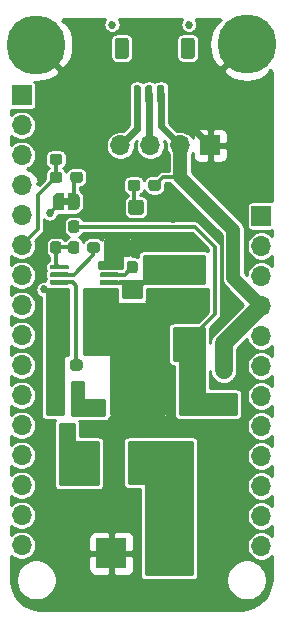
<source format=gbr>
%TF.GenerationSoftware,KiCad,Pcbnew,5.1.6-c6e7f7d~87~ubuntu18.04.1*%
%TF.CreationDate,2020-10-12T14:33:16-07:00*%
%TF.ProjectId,feather-power-supply-sw-smd-adj,66656174-6865-4722-9d70-6f7765722d73,rev?*%
%TF.SameCoordinates,Original*%
%TF.FileFunction,Copper,L1,Top*%
%TF.FilePolarity,Positive*%
%FSLAX46Y46*%
G04 Gerber Fmt 4.6, Leading zero omitted, Abs format (unit mm)*
G04 Created by KiCad (PCBNEW 5.1.6-c6e7f7d~87~ubuntu18.04.1) date 2020-10-12 14:33:16*
%MOMM*%
%LPD*%
G01*
G04 APERTURE LIST*
%TA.AperFunction,EtchedComponent*%
%ADD10C,0.100000*%
%TD*%
%TA.AperFunction,SMDPad,CuDef*%
%ADD11R,2.387600X1.803400*%
%TD*%
%TA.AperFunction,ComponentPad*%
%ADD12O,1.700000X1.700000*%
%TD*%
%TA.AperFunction,ComponentPad*%
%ADD13R,1.700000X1.700000*%
%TD*%
%TA.AperFunction,SMDPad,CuDef*%
%ADD14R,0.600000X0.450000*%
%TD*%
%TA.AperFunction,SMDPad,CuDef*%
%ADD15R,0.800000X0.900000*%
%TD*%
%TA.AperFunction,ComponentPad*%
%ADD16R,2.600000X2.600000*%
%TD*%
%TA.AperFunction,ComponentPad*%
%ADD17C,2.600000*%
%TD*%
%TA.AperFunction,ComponentPad*%
%ADD18C,5.000000*%
%TD*%
%TA.AperFunction,SMDPad,CuDef*%
%ADD19C,0.100000*%
%TD*%
%TA.AperFunction,SMDPad,CuDef*%
%ADD20R,1.100000X1.100000*%
%TD*%
%TA.AperFunction,ViaPad*%
%ADD21C,0.685800*%
%TD*%
%TA.AperFunction,Conductor*%
%ADD22C,0.609600*%
%TD*%
%TA.AperFunction,Conductor*%
%ADD23C,0.304800*%
%TD*%
%TA.AperFunction,Conductor*%
%ADD24C,1.524000*%
%TD*%
%TA.AperFunction,Conductor*%
%ADD25C,1.219200*%
%TD*%
%TA.AperFunction,Conductor*%
%ADD26C,0.254000*%
%TD*%
G04 APERTURE END LIST*
D10*
%TO.C,JP1*%
G36*
X133600000Y-74680800D02*
G01*
X133100000Y-74680800D01*
X133100000Y-75280800D01*
X133600000Y-75280800D01*
X133600000Y-74680800D01*
G37*
%TD*%
%TO.P,C6,2*%
%TO.N,GND*%
%TA.AperFunction,SMDPad,CuDef*%
G36*
G01*
X141566600Y-90992800D02*
X141566600Y-92242800D01*
G75*
G02*
X141316600Y-92492800I-250000J0D01*
G01*
X140391600Y-92492800D01*
G75*
G02*
X140141600Y-92242800I0J250000D01*
G01*
X140141600Y-90992800D01*
G75*
G02*
X140391600Y-90742800I250000J0D01*
G01*
X141316600Y-90742800D01*
G75*
G02*
X141566600Y-90992800I0J-250000D01*
G01*
G37*
%TD.AperFunction*%
%TO.P,C6,1*%
%TO.N,+5.3V*%
%TA.AperFunction,SMDPad,CuDef*%
G36*
G01*
X144541600Y-90992800D02*
X144541600Y-92242800D01*
G75*
G02*
X144291600Y-92492800I-250000J0D01*
G01*
X143366600Y-92492800D01*
G75*
G02*
X143116600Y-92242800I0J250000D01*
G01*
X143116600Y-90992800D01*
G75*
G02*
X143366600Y-90742800I250000J0D01*
G01*
X144291600Y-90742800D01*
G75*
G02*
X144541600Y-90992800I0J-250000D01*
G01*
G37*
%TD.AperFunction*%
%TD*%
%TO.P,C3,2*%
%TO.N,GND*%
%TA.AperFunction,SMDPad,CuDef*%
G36*
G01*
X134898100Y-87493000D02*
X134898100Y-86243000D01*
G75*
G02*
X135148100Y-85993000I250000J0D01*
G01*
X136073100Y-85993000D01*
G75*
G02*
X136323100Y-86243000I0J-250000D01*
G01*
X136323100Y-87493000D01*
G75*
G02*
X136073100Y-87743000I-250000J0D01*
G01*
X135148100Y-87743000D01*
G75*
G02*
X134898100Y-87493000I0J250000D01*
G01*
G37*
%TD.AperFunction*%
%TO.P,C3,1*%
%TO.N,VIN_SW*%
%TA.AperFunction,SMDPad,CuDef*%
G36*
G01*
X131923100Y-87493000D02*
X131923100Y-86243000D01*
G75*
G02*
X132173100Y-85993000I250000J0D01*
G01*
X133098100Y-85993000D01*
G75*
G02*
X133348100Y-86243000I0J-250000D01*
G01*
X133348100Y-87493000D01*
G75*
G02*
X133098100Y-87743000I-250000J0D01*
G01*
X132173100Y-87743000D01*
G75*
G02*
X131923100Y-87493000I0J250000D01*
G01*
G37*
%TD.AperFunction*%
%TD*%
D11*
%TO.P,L1,2*%
%TO.N,+5.3V*%
X143764000Y-86690200D03*
%TO.P,L1,1*%
%TO.N,Net-(C1-Pad2)*%
X143764000Y-80695800D03*
%TD*%
D12*
%TO.P,J2,16*%
%TO.N,Net-(J2-Pad16)*%
X129565400Y-104089200D03*
%TO.P,J2,15*%
%TO.N,Net-(J2-Pad15)*%
X129565400Y-101549200D03*
%TO.P,J2,14*%
%TO.N,Net-(J2-Pad14)*%
X129565400Y-99009200D03*
%TO.P,J2,13*%
%TO.N,Net-(J2-Pad13)*%
X129565400Y-96469200D03*
%TO.P,J2,12*%
%TO.N,Net-(J2-Pad12)*%
X129565400Y-93929200D03*
%TO.P,J2,11*%
%TO.N,Net-(J2-Pad11)*%
X129565400Y-91389200D03*
%TO.P,J2,10*%
%TO.N,Net-(J2-Pad10)*%
X129565400Y-88849200D03*
%TO.P,J2,9*%
%TO.N,Net-(J2-Pad9)*%
X129565400Y-86309200D03*
%TO.P,J2,8*%
%TO.N,Net-(J2-Pad8)*%
X129565400Y-83769200D03*
%TO.P,J2,7*%
%TO.N,Net-(J2-Pad7)*%
X129565400Y-81229200D03*
%TO.P,J2,6*%
%TO.N,A1*%
X129565400Y-78689200D03*
%TO.P,J2,5*%
%TO.N,Net-(J2-Pad5)*%
X129565400Y-76149200D03*
%TO.P,J2,4*%
%TO.N,GND*%
X129565400Y-73609200D03*
%TO.P,J2,3*%
%TO.N,Net-(J2-Pad3)*%
X129565400Y-71069200D03*
%TO.P,J2,2*%
%TO.N,Net-(J2-Pad2)*%
X129565400Y-68529200D03*
D13*
%TO.P,J2,1*%
%TO.N,Net-(J2-Pad1)*%
X129565400Y-65989200D03*
%TD*%
%TO.P,R7,2*%
%TO.N,GND*%
%TA.AperFunction,SMDPad,CuDef*%
G36*
G01*
X133700000Y-71636900D02*
X133700000Y-71161900D01*
G75*
G02*
X133937500Y-70924400I237500J0D01*
G01*
X134512500Y-70924400D01*
G75*
G02*
X134750000Y-71161900I0J-237500D01*
G01*
X134750000Y-71636900D01*
G75*
G02*
X134512500Y-71874400I-237500J0D01*
G01*
X133937500Y-71874400D01*
G75*
G02*
X133700000Y-71636900I0J237500D01*
G01*
G37*
%TD.AperFunction*%
%TO.P,R7,1*%
%TO.N,A1*%
%TA.AperFunction,SMDPad,CuDef*%
G36*
G01*
X131950000Y-71636900D02*
X131950000Y-71161900D01*
G75*
G02*
X132187500Y-70924400I237500J0D01*
G01*
X132762500Y-70924400D01*
G75*
G02*
X133000000Y-71161900I0J-237500D01*
G01*
X133000000Y-71636900D01*
G75*
G02*
X132762500Y-71874400I-237500J0D01*
G01*
X132187500Y-71874400D01*
G75*
G02*
X131950000Y-71636900I0J237500D01*
G01*
G37*
%TD.AperFunction*%
%TD*%
%TO.P,C4,2*%
%TO.N,GND*%
%TA.AperFunction,SMDPad,CuDef*%
G36*
G01*
X136875000Y-79104500D02*
X136875000Y-78629500D01*
G75*
G02*
X137112500Y-78392000I237500J0D01*
G01*
X137687500Y-78392000D01*
G75*
G02*
X137925000Y-78629500I0J-237500D01*
G01*
X137925000Y-79104500D01*
G75*
G02*
X137687500Y-79342000I-237500J0D01*
G01*
X137112500Y-79342000D01*
G75*
G02*
X136875000Y-79104500I0J237500D01*
G01*
G37*
%TD.AperFunction*%
%TO.P,C4,1*%
%TO.N,Net-(C4-Pad1)*%
%TA.AperFunction,SMDPad,CuDef*%
G36*
G01*
X135125000Y-79104500D02*
X135125000Y-78629500D01*
G75*
G02*
X135362500Y-78392000I237500J0D01*
G01*
X135937500Y-78392000D01*
G75*
G02*
X136175000Y-78629500I0J-237500D01*
G01*
X136175000Y-79104500D01*
G75*
G02*
X135937500Y-79342000I-237500J0D01*
G01*
X135362500Y-79342000D01*
G75*
G02*
X135125000Y-79104500I0J237500D01*
G01*
G37*
%TD.AperFunction*%
%TD*%
%TO.P,U1,8*%
%TO.N,GND*%
%TA.AperFunction,SMDPad,CuDef*%
G36*
G01*
X136167400Y-80625200D02*
X136167400Y-80425200D01*
G75*
G02*
X136267400Y-80325200I100000J0D01*
G01*
X137692400Y-80325200D01*
G75*
G02*
X137792400Y-80425200I0J-100000D01*
G01*
X137792400Y-80625200D01*
G75*
G02*
X137692400Y-80725200I-100000J0D01*
G01*
X136267400Y-80725200D01*
G75*
G02*
X136167400Y-80625200I0J100000D01*
G01*
G37*
%TD.AperFunction*%
%TO.P,U1,7*%
%TO.N,Net-(C1-Pad1)*%
%TA.AperFunction,SMDPad,CuDef*%
G36*
G01*
X136167400Y-81275200D02*
X136167400Y-81075200D01*
G75*
G02*
X136267400Y-80975200I100000J0D01*
G01*
X137692400Y-80975200D01*
G75*
G02*
X137792400Y-81075200I0J-100000D01*
G01*
X137792400Y-81275200D01*
G75*
G02*
X137692400Y-81375200I-100000J0D01*
G01*
X136267400Y-81375200D01*
G75*
G02*
X136167400Y-81275200I0J100000D01*
G01*
G37*
%TD.AperFunction*%
%TO.P,U1,6*%
%TO.N,Net-(C1-Pad2)*%
%TA.AperFunction,SMDPad,CuDef*%
G36*
G01*
X136167400Y-81925200D02*
X136167400Y-81725200D01*
G75*
G02*
X136267400Y-81625200I100000J0D01*
G01*
X137692400Y-81625200D01*
G75*
G02*
X137792400Y-81725200I0J-100000D01*
G01*
X137792400Y-81925200D01*
G75*
G02*
X137692400Y-82025200I-100000J0D01*
G01*
X136267400Y-82025200D01*
G75*
G02*
X136167400Y-81925200I0J100000D01*
G01*
G37*
%TD.AperFunction*%
%TO.P,U1,5*%
%TO.N,GND*%
%TA.AperFunction,SMDPad,CuDef*%
G36*
G01*
X136167400Y-82575200D02*
X136167400Y-82375200D01*
G75*
G02*
X136267400Y-82275200I100000J0D01*
G01*
X137692400Y-82275200D01*
G75*
G02*
X137792400Y-82375200I0J-100000D01*
G01*
X137792400Y-82575200D01*
G75*
G02*
X137692400Y-82675200I-100000J0D01*
G01*
X136267400Y-82675200D01*
G75*
G02*
X136167400Y-82575200I0J100000D01*
G01*
G37*
%TD.AperFunction*%
%TO.P,U1,4*%
%TO.N,VIN_SW*%
%TA.AperFunction,SMDPad,CuDef*%
G36*
G01*
X131942400Y-82575200D02*
X131942400Y-82375200D01*
G75*
G02*
X132042400Y-82275200I100000J0D01*
G01*
X133467400Y-82275200D01*
G75*
G02*
X133567400Y-82375200I0J-100000D01*
G01*
X133567400Y-82575200D01*
G75*
G02*
X133467400Y-82675200I-100000J0D01*
G01*
X132042400Y-82675200D01*
G75*
G02*
X131942400Y-82575200I0J100000D01*
G01*
G37*
%TD.AperFunction*%
%TO.P,U1,3*%
%TO.N,Net-(R1-Pad2)*%
%TA.AperFunction,SMDPad,CuDef*%
G36*
G01*
X131942400Y-81925200D02*
X131942400Y-81725200D01*
G75*
G02*
X132042400Y-81625200I100000J0D01*
G01*
X133467400Y-81625200D01*
G75*
G02*
X133567400Y-81725200I0J-100000D01*
G01*
X133567400Y-81925200D01*
G75*
G02*
X133467400Y-82025200I-100000J0D01*
G01*
X132042400Y-82025200D01*
G75*
G02*
X131942400Y-81925200I0J100000D01*
G01*
G37*
%TD.AperFunction*%
%TO.P,U1,2*%
%TO.N,Net-(C4-Pad1)*%
%TA.AperFunction,SMDPad,CuDef*%
G36*
G01*
X131942400Y-81275200D02*
X131942400Y-81075200D01*
G75*
G02*
X132042400Y-80975200I100000J0D01*
G01*
X133467400Y-80975200D01*
G75*
G02*
X133567400Y-81075200I0J-100000D01*
G01*
X133567400Y-81275200D01*
G75*
G02*
X133467400Y-81375200I-100000J0D01*
G01*
X132042400Y-81375200D01*
G75*
G02*
X131942400Y-81275200I0J100000D01*
G01*
G37*
%TD.AperFunction*%
%TO.P,U1,1*%
%TO.N,Net-(R3-Pad2)*%
%TA.AperFunction,SMDPad,CuDef*%
G36*
G01*
X131942400Y-80625200D02*
X131942400Y-80425200D01*
G75*
G02*
X132042400Y-80325200I100000J0D01*
G01*
X133467400Y-80325200D01*
G75*
G02*
X133567400Y-80425200I0J-100000D01*
G01*
X133567400Y-80625200D01*
G75*
G02*
X133467400Y-80725200I-100000J0D01*
G01*
X132042400Y-80725200D01*
G75*
G02*
X131942400Y-80625200I0J100000D01*
G01*
G37*
%TD.AperFunction*%
%TD*%
%TO.P,R4,2*%
%TO.N,GND*%
%TA.AperFunction,SMDPad,CuDef*%
G36*
G01*
X137256000Y-92693500D02*
X137256000Y-92218500D01*
G75*
G02*
X137493500Y-91981000I237500J0D01*
G01*
X138068500Y-91981000D01*
G75*
G02*
X138306000Y-92218500I0J-237500D01*
G01*
X138306000Y-92693500D01*
G75*
G02*
X138068500Y-92931000I-237500J0D01*
G01*
X137493500Y-92931000D01*
G75*
G02*
X137256000Y-92693500I0J237500D01*
G01*
G37*
%TD.AperFunction*%
%TO.P,R4,1*%
%TO.N,Net-(D2-Pad2)*%
%TA.AperFunction,SMDPad,CuDef*%
G36*
G01*
X135506000Y-92693500D02*
X135506000Y-92218500D01*
G75*
G02*
X135743500Y-91981000I237500J0D01*
G01*
X136318500Y-91981000D01*
G75*
G02*
X136556000Y-92218500I0J-237500D01*
G01*
X136556000Y-92693500D01*
G75*
G02*
X136318500Y-92931000I-237500J0D01*
G01*
X135743500Y-92931000D01*
G75*
G02*
X135506000Y-92693500I0J237500D01*
G01*
G37*
%TD.AperFunction*%
%TD*%
%TO.P,R1,2*%
%TO.N,Net-(R1-Pad2)*%
%TA.AperFunction,SMDPad,CuDef*%
G36*
G01*
X133674600Y-89061300D02*
X133674600Y-88586300D01*
G75*
G02*
X133912100Y-88348800I237500J0D01*
G01*
X134487100Y-88348800D01*
G75*
G02*
X134724600Y-88586300I0J-237500D01*
G01*
X134724600Y-89061300D01*
G75*
G02*
X134487100Y-89298800I-237500J0D01*
G01*
X133912100Y-89298800D01*
G75*
G02*
X133674600Y-89061300I0J237500D01*
G01*
G37*
%TD.AperFunction*%
%TO.P,R1,1*%
%TO.N,VIN_SW*%
%TA.AperFunction,SMDPad,CuDef*%
G36*
G01*
X131924600Y-89061300D02*
X131924600Y-88586300D01*
G75*
G02*
X132162100Y-88348800I237500J0D01*
G01*
X132737100Y-88348800D01*
G75*
G02*
X132974600Y-88586300I0J-237500D01*
G01*
X132974600Y-89061300D01*
G75*
G02*
X132737100Y-89298800I-237500J0D01*
G01*
X132162100Y-89298800D01*
G75*
G02*
X131924600Y-89061300I0J237500D01*
G01*
G37*
%TD.AperFunction*%
%TD*%
D14*
%TO.P,D2,2*%
%TO.N,Net-(D2-Pad2)*%
X134323800Y-90601800D03*
%TO.P,D2,1*%
%TO.N,VIN_SW*%
X132223800Y-90601800D03*
%TD*%
%TO.P,C5,2*%
%TO.N,GND*%
%TA.AperFunction,SMDPad,CuDef*%
G36*
G01*
X141555500Y-88656000D02*
X141555500Y-89906000D01*
G75*
G02*
X141305500Y-90156000I-250000J0D01*
G01*
X140380500Y-90156000D01*
G75*
G02*
X140130500Y-89906000I0J250000D01*
G01*
X140130500Y-88656000D01*
G75*
G02*
X140380500Y-88406000I250000J0D01*
G01*
X141305500Y-88406000D01*
G75*
G02*
X141555500Y-88656000I0J-250000D01*
G01*
G37*
%TD.AperFunction*%
%TO.P,C5,1*%
%TO.N,+5.3V*%
%TA.AperFunction,SMDPad,CuDef*%
G36*
G01*
X144530500Y-88656000D02*
X144530500Y-89906000D01*
G75*
G02*
X144280500Y-90156000I-250000J0D01*
G01*
X143355500Y-90156000D01*
G75*
G02*
X143105500Y-89906000I0J250000D01*
G01*
X143105500Y-88656000D01*
G75*
G02*
X143355500Y-88406000I250000J0D01*
G01*
X144280500Y-88406000D01*
G75*
G02*
X144530500Y-88656000I0J-250000D01*
G01*
G37*
%TD.AperFunction*%
%TD*%
%TO.P,C2,2*%
%TO.N,GND*%
%TA.AperFunction,SMDPad,CuDef*%
G36*
G01*
X134887000Y-85156200D02*
X134887000Y-83906200D01*
G75*
G02*
X135137000Y-83656200I250000J0D01*
G01*
X136062000Y-83656200D01*
G75*
G02*
X136312000Y-83906200I0J-250000D01*
G01*
X136312000Y-85156200D01*
G75*
G02*
X136062000Y-85406200I-250000J0D01*
G01*
X135137000Y-85406200D01*
G75*
G02*
X134887000Y-85156200I0J250000D01*
G01*
G37*
%TD.AperFunction*%
%TO.P,C2,1*%
%TO.N,VIN_SW*%
%TA.AperFunction,SMDPad,CuDef*%
G36*
G01*
X131912000Y-85156200D02*
X131912000Y-83906200D01*
G75*
G02*
X132162000Y-83656200I250000J0D01*
G01*
X133087000Y-83656200D01*
G75*
G02*
X133337000Y-83906200I0J-250000D01*
G01*
X133337000Y-85156200D01*
G75*
G02*
X133087000Y-85406200I-250000J0D01*
G01*
X132162000Y-85406200D01*
G75*
G02*
X131912000Y-85156200I0J250000D01*
G01*
G37*
%TD.AperFunction*%
%TD*%
%TO.P,J3,MP*%
%TO.N,N/C*%
%TA.AperFunction,SMDPad,CuDef*%
G36*
G01*
X138643000Y-61355999D02*
X138643000Y-62656001D01*
G75*
G02*
X138393001Y-62906000I-249999J0D01*
G01*
X137692999Y-62906000D01*
G75*
G02*
X137443000Y-62656001I0J249999D01*
G01*
X137443000Y-61355999D01*
G75*
G02*
X137692999Y-61106000I249999J0D01*
G01*
X138393001Y-61106000D01*
G75*
G02*
X138643000Y-61355999I0J-249999D01*
G01*
G37*
%TD.AperFunction*%
%TA.AperFunction,SMDPad,CuDef*%
G36*
G01*
X144243000Y-61355999D02*
X144243000Y-62656001D01*
G75*
G02*
X143993001Y-62906000I-249999J0D01*
G01*
X143292999Y-62906000D01*
G75*
G02*
X143043000Y-62656001I0J249999D01*
G01*
X143043000Y-61355999D01*
G75*
G02*
X143292999Y-61106000I249999J0D01*
G01*
X143993001Y-61106000D01*
G75*
G02*
X144243000Y-61355999I0J-249999D01*
G01*
G37*
%TD.AperFunction*%
%TO.P,J3,4*%
%TO.N,SDA*%
%TA.AperFunction,SMDPad,CuDef*%
G36*
G01*
X139643000Y-65256000D02*
X139643000Y-66506000D01*
G75*
G02*
X139493000Y-66656000I-150000J0D01*
G01*
X139193000Y-66656000D01*
G75*
G02*
X139043000Y-66506000I0J150000D01*
G01*
X139043000Y-65256000D01*
G75*
G02*
X139193000Y-65106000I150000J0D01*
G01*
X139493000Y-65106000D01*
G75*
G02*
X139643000Y-65256000I0J-150000D01*
G01*
G37*
%TD.AperFunction*%
%TO.P,J3,3*%
%TO.N,SCL*%
%TA.AperFunction,SMDPad,CuDef*%
G36*
G01*
X140643000Y-65256000D02*
X140643000Y-66506000D01*
G75*
G02*
X140493000Y-66656000I-150000J0D01*
G01*
X140193000Y-66656000D01*
G75*
G02*
X140043000Y-66506000I0J150000D01*
G01*
X140043000Y-65256000D01*
G75*
G02*
X140193000Y-65106000I150000J0D01*
G01*
X140493000Y-65106000D01*
G75*
G02*
X140643000Y-65256000I0J-150000D01*
G01*
G37*
%TD.AperFunction*%
%TO.P,J3,2*%
%TO.N,+5V*%
%TA.AperFunction,SMDPad,CuDef*%
G36*
G01*
X141643000Y-65256000D02*
X141643000Y-66506000D01*
G75*
G02*
X141493000Y-66656000I-150000J0D01*
G01*
X141193000Y-66656000D01*
G75*
G02*
X141043000Y-66506000I0J150000D01*
G01*
X141043000Y-65256000D01*
G75*
G02*
X141193000Y-65106000I150000J0D01*
G01*
X141493000Y-65106000D01*
G75*
G02*
X141643000Y-65256000I0J-150000D01*
G01*
G37*
%TD.AperFunction*%
%TO.P,J3,1*%
%TO.N,GND*%
%TA.AperFunction,SMDPad,CuDef*%
G36*
G01*
X142643000Y-65256000D02*
X142643000Y-66506000D01*
G75*
G02*
X142493000Y-66656000I-150000J0D01*
G01*
X142193000Y-66656000D01*
G75*
G02*
X142043000Y-66506000I0J150000D01*
G01*
X142043000Y-65256000D01*
G75*
G02*
X142193000Y-65106000I150000J0D01*
G01*
X142493000Y-65106000D01*
G75*
G02*
X142643000Y-65256000I0J-150000D01*
G01*
G37*
%TD.AperFunction*%
%TD*%
D15*
%TO.P,Q1,3*%
%TO.N,Net-(F1-Pad2)*%
X133426200Y-94421200D03*
%TO.P,Q1,2*%
%TO.N,VIN_SW*%
X132476200Y-92421200D03*
%TO.P,Q1,1*%
%TO.N,Net-(D2-Pad2)*%
X134376200Y-92421200D03*
%TD*%
%TO.P,R2,2*%
%TO.N,Net-(D3-Pad2)*%
%TA.AperFunction,SMDPad,CuDef*%
G36*
G01*
X139604000Y-73371700D02*
X139604000Y-73846700D01*
G75*
G02*
X139366500Y-74084200I-237500J0D01*
G01*
X138791500Y-74084200D01*
G75*
G02*
X138554000Y-73846700I0J237500D01*
G01*
X138554000Y-73371700D01*
G75*
G02*
X138791500Y-73134200I237500J0D01*
G01*
X139366500Y-73134200D01*
G75*
G02*
X139604000Y-73371700I0J-237500D01*
G01*
G37*
%TD.AperFunction*%
%TO.P,R2,1*%
%TO.N,+5V*%
%TA.AperFunction,SMDPad,CuDef*%
G36*
G01*
X141354000Y-73371700D02*
X141354000Y-73846700D01*
G75*
G02*
X141116500Y-74084200I-237500J0D01*
G01*
X140541500Y-74084200D01*
G75*
G02*
X140304000Y-73846700I0J237500D01*
G01*
X140304000Y-73371700D01*
G75*
G02*
X140541500Y-73134200I237500J0D01*
G01*
X141116500Y-73134200D01*
G75*
G02*
X141354000Y-73371700I0J-237500D01*
G01*
G37*
%TD.AperFunction*%
%TD*%
%TO.P,D3,2*%
%TO.N,Net-(D3-Pad2)*%
%TA.AperFunction,SMDPad,CuDef*%
G36*
G01*
X139908000Y-75063400D02*
X139908000Y-75863400D01*
G75*
G02*
X139658000Y-76113400I-250000J0D01*
G01*
X138833000Y-76113400D01*
G75*
G02*
X138583000Y-75863400I0J250000D01*
G01*
X138583000Y-75063400D01*
G75*
G02*
X138833000Y-74813400I250000J0D01*
G01*
X139658000Y-74813400D01*
G75*
G02*
X139908000Y-75063400I0J-250000D01*
G01*
G37*
%TD.AperFunction*%
%TO.P,D3,1*%
%TO.N,GND*%
%TA.AperFunction,SMDPad,CuDef*%
G36*
G01*
X141833000Y-75063400D02*
X141833000Y-75863400D01*
G75*
G02*
X141583000Y-76113400I-250000J0D01*
G01*
X140758000Y-76113400D01*
G75*
G02*
X140508000Y-75863400I0J250000D01*
G01*
X140508000Y-75063400D01*
G75*
G02*
X140758000Y-74813400I250000J0D01*
G01*
X141583000Y-74813400D01*
G75*
G02*
X141833000Y-75063400I0J-250000D01*
G01*
G37*
%TD.AperFunction*%
%TD*%
D12*
%TO.P,J4,4*%
%TO.N,SDA*%
X137922000Y-70231000D03*
%TO.P,J4,3*%
%TO.N,SCL*%
X140462000Y-70231000D03*
%TO.P,J4,2*%
%TO.N,+5V*%
X143002000Y-70231000D03*
D13*
%TO.P,J4,1*%
%TO.N,GND*%
X145542000Y-70231000D03*
%TD*%
D16*
%TO.P,J5,1*%
%TO.N,GND*%
X137160000Y-104775000D03*
D17*
%TO.P,J5,2*%
%TO.N,VCC*%
X142160000Y-104775000D03*
%TD*%
%TO.P,F1,2*%
%TO.N,Net-(F1-Pad2)*%
%TA.AperFunction,SMDPad,CuDef*%
G36*
G01*
X135887400Y-95704200D02*
X135887400Y-98504200D01*
G75*
G02*
X135637400Y-98754200I-250000J0D01*
G01*
X134662400Y-98754200D01*
G75*
G02*
X134412400Y-98504200I0J250000D01*
G01*
X134412400Y-95704200D01*
G75*
G02*
X134662400Y-95454200I250000J0D01*
G01*
X135637400Y-95454200D01*
G75*
G02*
X135887400Y-95704200I0J-250000D01*
G01*
G37*
%TD.AperFunction*%
%TO.P,F1,1*%
%TO.N,VCC*%
%TA.AperFunction,SMDPad,CuDef*%
G36*
G01*
X140212400Y-95704200D02*
X140212400Y-98504200D01*
G75*
G02*
X139962400Y-98754200I-250000J0D01*
G01*
X138987400Y-98754200D01*
G75*
G02*
X138737400Y-98504200I0J250000D01*
G01*
X138737400Y-95704200D01*
G75*
G02*
X138987400Y-95454200I250000J0D01*
G01*
X139962400Y-95454200D01*
G75*
G02*
X140212400Y-95704200I0J-250000D01*
G01*
G37*
%TD.AperFunction*%
%TD*%
D18*
%TO.P,H2,1*%
%TO.N,GND*%
X148615400Y-61671200D03*
%TD*%
%TO.P,H1,1*%
%TO.N,GND*%
X130810000Y-61696600D03*
%TD*%
%TA.AperFunction,SMDPad,CuDef*%
D19*
%TO.P,JP1,1*%
%TO.N,VIN_SW*%
G36*
X133200000Y-75730800D02*
G01*
X132700000Y-75730800D01*
X132700000Y-75730198D01*
X132675466Y-75730198D01*
X132626635Y-75725388D01*
X132578510Y-75715816D01*
X132531555Y-75701572D01*
X132486222Y-75682795D01*
X132442949Y-75659664D01*
X132402150Y-75632404D01*
X132364221Y-75601276D01*
X132329524Y-75566579D01*
X132298396Y-75528650D01*
X132271136Y-75487851D01*
X132248005Y-75444578D01*
X132229228Y-75399245D01*
X132214984Y-75352290D01*
X132205412Y-75304165D01*
X132200602Y-75255334D01*
X132200602Y-75230800D01*
X132200000Y-75230800D01*
X132200000Y-74730800D01*
X132200602Y-74730800D01*
X132200602Y-74706266D01*
X132205412Y-74657435D01*
X132214984Y-74609310D01*
X132229228Y-74562355D01*
X132248005Y-74517022D01*
X132271136Y-74473749D01*
X132298396Y-74432950D01*
X132329524Y-74395021D01*
X132364221Y-74360324D01*
X132402150Y-74329196D01*
X132442949Y-74301936D01*
X132486222Y-74278805D01*
X132531555Y-74260028D01*
X132578510Y-74245784D01*
X132626635Y-74236212D01*
X132675466Y-74231402D01*
X132700000Y-74231402D01*
X132700000Y-74230800D01*
X133200000Y-74230800D01*
X133200000Y-75730800D01*
G37*
%TD.AperFunction*%
%TA.AperFunction,SMDPad,CuDef*%
%TO.P,JP1,2*%
%TO.N,Net-(JP1-Pad2)*%
G36*
X134000000Y-74231402D02*
G01*
X134024534Y-74231402D01*
X134073365Y-74236212D01*
X134121490Y-74245784D01*
X134168445Y-74260028D01*
X134213778Y-74278805D01*
X134257051Y-74301936D01*
X134297850Y-74329196D01*
X134335779Y-74360324D01*
X134370476Y-74395021D01*
X134401604Y-74432950D01*
X134428864Y-74473749D01*
X134451995Y-74517022D01*
X134470772Y-74562355D01*
X134485016Y-74609310D01*
X134494588Y-74657435D01*
X134499398Y-74706266D01*
X134499398Y-74730800D01*
X134500000Y-74730800D01*
X134500000Y-75230800D01*
X134499398Y-75230800D01*
X134499398Y-75255334D01*
X134494588Y-75304165D01*
X134485016Y-75352290D01*
X134470772Y-75399245D01*
X134451995Y-75444578D01*
X134428864Y-75487851D01*
X134401604Y-75528650D01*
X134370476Y-75566579D01*
X134335779Y-75601276D01*
X134297850Y-75632404D01*
X134257051Y-75659664D01*
X134213778Y-75682795D01*
X134168445Y-75701572D01*
X134121490Y-75715816D01*
X134073365Y-75725388D01*
X134024534Y-75730198D01*
X134000000Y-75730198D01*
X134000000Y-75730800D01*
X133500000Y-75730800D01*
X133500000Y-74230800D01*
X134000000Y-74230800D01*
X134000000Y-74231402D01*
G37*
%TD.AperFunction*%
%TD*%
%TO.P,R5,2*%
%TO.N,GND*%
%TA.AperFunction,SMDPad,CuDef*%
G36*
G01*
X132698500Y-77628000D02*
X132223500Y-77628000D01*
G75*
G02*
X131986000Y-77390500I0J237500D01*
G01*
X131986000Y-76815500D01*
G75*
G02*
X132223500Y-76578000I237500J0D01*
G01*
X132698500Y-76578000D01*
G75*
G02*
X132936000Y-76815500I0J-237500D01*
G01*
X132936000Y-77390500D01*
G75*
G02*
X132698500Y-77628000I-237500J0D01*
G01*
G37*
%TD.AperFunction*%
%TO.P,R5,1*%
%TO.N,Net-(R3-Pad2)*%
%TA.AperFunction,SMDPad,CuDef*%
G36*
G01*
X132698500Y-79378000D02*
X132223500Y-79378000D01*
G75*
G02*
X131986000Y-79140500I0J237500D01*
G01*
X131986000Y-78565500D01*
G75*
G02*
X132223500Y-78328000I237500J0D01*
G01*
X132698500Y-78328000D01*
G75*
G02*
X132936000Y-78565500I0J-237500D01*
G01*
X132936000Y-79140500D01*
G75*
G02*
X132698500Y-79378000I-237500J0D01*
G01*
G37*
%TD.AperFunction*%
%TD*%
D20*
%TO.P,D1,2*%
%TO.N,+5.3V*%
X146685000Y-92078000D03*
%TO.P,D1,1*%
%TO.N,+5V*%
X146685000Y-89278000D03*
%TD*%
%TO.P,R3,2*%
%TO.N,Net-(R3-Pad2)*%
%TA.AperFunction,SMDPad,CuDef*%
G36*
G01*
X133747500Y-78328000D02*
X134222500Y-78328000D01*
G75*
G02*
X134460000Y-78565500I0J-237500D01*
G01*
X134460000Y-79140500D01*
G75*
G02*
X134222500Y-79378000I-237500J0D01*
G01*
X133747500Y-79378000D01*
G75*
G02*
X133510000Y-79140500I0J237500D01*
G01*
X133510000Y-78565500D01*
G75*
G02*
X133747500Y-78328000I237500J0D01*
G01*
G37*
%TD.AperFunction*%
%TO.P,R3,1*%
%TO.N,+5.3V*%
%TA.AperFunction,SMDPad,CuDef*%
G36*
G01*
X133747500Y-76578000D02*
X134222500Y-76578000D01*
G75*
G02*
X134460000Y-76815500I0J-237500D01*
G01*
X134460000Y-77390500D01*
G75*
G02*
X134222500Y-77628000I-237500J0D01*
G01*
X133747500Y-77628000D01*
G75*
G02*
X133510000Y-77390500I0J237500D01*
G01*
X133510000Y-76815500D01*
G75*
G02*
X133747500Y-76578000I237500J0D01*
G01*
G37*
%TD.AperFunction*%
%TD*%
%TO.P,C1,2*%
%TO.N,Net-(C1-Pad2)*%
%TA.AperFunction,SMDPad,CuDef*%
G36*
G01*
X138700500Y-81757000D02*
X139175500Y-81757000D01*
G75*
G02*
X139413000Y-81994500I0J-237500D01*
G01*
X139413000Y-82569500D01*
G75*
G02*
X139175500Y-82807000I-237500J0D01*
G01*
X138700500Y-82807000D01*
G75*
G02*
X138463000Y-82569500I0J237500D01*
G01*
X138463000Y-81994500D01*
G75*
G02*
X138700500Y-81757000I237500J0D01*
G01*
G37*
%TD.AperFunction*%
%TO.P,C1,1*%
%TO.N,Net-(C1-Pad1)*%
%TA.AperFunction,SMDPad,CuDef*%
G36*
G01*
X138700500Y-80007000D02*
X139175500Y-80007000D01*
G75*
G02*
X139413000Y-80244500I0J-237500D01*
G01*
X139413000Y-80819500D01*
G75*
G02*
X139175500Y-81057000I-237500J0D01*
G01*
X138700500Y-81057000D01*
G75*
G02*
X138463000Y-80819500I0J237500D01*
G01*
X138463000Y-80244500D01*
G75*
G02*
X138700500Y-80007000I237500J0D01*
G01*
G37*
%TD.AperFunction*%
%TD*%
%TO.P,R6,2*%
%TO.N,Net-(JP1-Pad2)*%
%TA.AperFunction,SMDPad,CuDef*%
G36*
G01*
X133700000Y-73160900D02*
X133700000Y-72685900D01*
G75*
G02*
X133937500Y-72448400I237500J0D01*
G01*
X134512500Y-72448400D01*
G75*
G02*
X134750000Y-72685900I0J-237500D01*
G01*
X134750000Y-73160900D01*
G75*
G02*
X134512500Y-73398400I-237500J0D01*
G01*
X133937500Y-73398400D01*
G75*
G02*
X133700000Y-73160900I0J237500D01*
G01*
G37*
%TD.AperFunction*%
%TO.P,R6,1*%
%TO.N,A1*%
%TA.AperFunction,SMDPad,CuDef*%
G36*
G01*
X131950000Y-73160900D02*
X131950000Y-72685900D01*
G75*
G02*
X132187500Y-72448400I237500J0D01*
G01*
X132762500Y-72448400D01*
G75*
G02*
X133000000Y-72685900I0J-237500D01*
G01*
X133000000Y-73160900D01*
G75*
G02*
X132762500Y-73398400I-237500J0D01*
G01*
X132187500Y-73398400D01*
G75*
G02*
X131950000Y-73160900I0J237500D01*
G01*
G37*
%TD.AperFunction*%
%TD*%
D13*
%TO.P,J1,1*%
%TO.N,Net-(J1-Pad1)*%
X149860000Y-76200000D03*
D12*
%TO.P,J1,2*%
%TO.N,+3V3*%
X149860000Y-78740000D03*
%TO.P,J1,3*%
%TO.N,Net-(J1-Pad3)*%
X149860000Y-81280000D03*
%TO.P,J1,4*%
%TO.N,+5V*%
X149860000Y-83820000D03*
%TO.P,J1,5*%
%TO.N,Net-(J1-Pad5)*%
X149860000Y-86360000D03*
%TO.P,J1,6*%
%TO.N,Net-(J1-Pad6)*%
X149860000Y-88900000D03*
%TO.P,J1,7*%
%TO.N,Net-(J1-Pad7)*%
X149860000Y-91440000D03*
%TO.P,J1,8*%
%TO.N,Net-(J1-Pad8)*%
X149860000Y-93980000D03*
%TO.P,J1,9*%
%TO.N,Net-(J1-Pad9)*%
X149860000Y-96520000D03*
%TO.P,J1,10*%
%TO.N,Net-(J1-Pad10)*%
X149860000Y-99060000D03*
%TO.P,J1,11*%
%TO.N,SCL*%
X149860000Y-101600000D03*
%TO.P,J1,12*%
%TO.N,SDA*%
X149860000Y-104140000D03*
%TD*%
D21*
%TO.N,*%
X137223500Y-59994800D03*
X143732250Y-59994800D03*
%TO.N,GND*%
X134620000Y-59994800D03*
X135921750Y-59994800D03*
X138525250Y-59994800D03*
X142430500Y-59994800D03*
X141128750Y-59994800D03*
X145034000Y-59994800D03*
X139827000Y-59994800D03*
X149860000Y-65532000D03*
X149860000Y-67564000D03*
X149860000Y-69596000D03*
X149860000Y-71628000D03*
X149860000Y-73660000D03*
X145288000Y-108712000D03*
X146812000Y-108712000D03*
X143764000Y-108712000D03*
X139088090Y-108712000D03*
X140716000Y-108712000D03*
X134112000Y-108712000D03*
X132588000Y-108712000D03*
X135636000Y-108712000D03*
X135432800Y-75996800D03*
X140716000Y-86360000D03*
X130810000Y-72364600D03*
X136652000Y-83820000D03*
X142367000Y-76454000D03*
X138430000Y-78486000D03*
X138430000Y-79248000D03*
X136652000Y-84582000D03*
X136652000Y-85344000D03*
X136652000Y-86106000D03*
X136652000Y-86868000D03*
X136652000Y-87630000D03*
X139827000Y-88646000D03*
X139827000Y-90932000D03*
X139827000Y-91694000D03*
X139827000Y-90170000D03*
X139827000Y-89408000D03*
X139827000Y-92456000D03*
X140716000Y-84455000D03*
X141859000Y-78486000D03*
X137795000Y-93243400D03*
X132080000Y-97282000D03*
X132080000Y-99441000D03*
X135255000Y-71450200D03*
%TO.N,VIN_SW*%
X131445000Y-82422998D03*
X131953000Y-75946000D03*
%TD*%
D22*
%TO.N,GND*%
X142343000Y-67032000D02*
X145542000Y-70231000D01*
X142343000Y-65881000D02*
X142343000Y-67032000D01*
D23*
X135229600Y-76200000D02*
X135432800Y-75996800D01*
X132839000Y-76200000D02*
X135229600Y-76200000D01*
X132461000Y-77103000D02*
X132461000Y-76578000D01*
X132461000Y-76578000D02*
X132839000Y-76200000D01*
X135204200Y-71399400D02*
X135255000Y-71450200D01*
X134225000Y-71399400D02*
X135204200Y-71399400D01*
X142161100Y-76454000D02*
X141170500Y-75463400D01*
X142367000Y-76454000D02*
X142161100Y-76454000D01*
%TO.N,Net-(C1-Pad1)*%
X138294800Y-81175200D02*
X138938000Y-80532000D01*
X136979900Y-81175200D02*
X138294800Y-81175200D01*
%TO.N,Net-(JP1-Pad2)*%
X134000000Y-73148400D02*
X134225000Y-72923400D01*
X134000000Y-74980800D02*
X134000000Y-73148400D01*
%TO.N,VIN_SW*%
X132754900Y-82475200D02*
X131497202Y-82475200D01*
X131497202Y-82475200D02*
X131445000Y-82422998D01*
X132700000Y-74980800D02*
X132700000Y-75199000D01*
X132700000Y-75199000D02*
X131953000Y-75946000D01*
D24*
%TO.N,+5V*%
X146685000Y-86995000D02*
X149860000Y-83820000D01*
X146685000Y-89278000D02*
X146685000Y-86995000D01*
D25*
X147497800Y-81457800D02*
X149860000Y-83820000D01*
X147497800Y-77393800D02*
X147497800Y-81457800D01*
X143002000Y-70231000D02*
X143002000Y-72898000D01*
X143002000Y-72898000D02*
X147497800Y-77393800D01*
D22*
X141343000Y-68572000D02*
X143002000Y-70231000D01*
X141343000Y-65881000D02*
X141343000Y-68572000D01*
D23*
X141540200Y-72898000D02*
X140829000Y-73609200D01*
X143002000Y-72898000D02*
X141540200Y-72898000D01*
%TO.N,A1*%
X132475000Y-71399400D02*
X132475000Y-72923400D01*
X132475000Y-72923400D02*
X132475000Y-72923400D01*
X130937000Y-77317600D02*
X130937000Y-74461400D01*
X129565400Y-78689200D02*
X130937000Y-77317600D01*
X130937000Y-74461400D02*
X132475000Y-72923400D01*
D22*
%TO.N,SCL*%
X140343000Y-70112000D02*
X140462000Y-70231000D01*
X140343000Y-65881000D02*
X140343000Y-70112000D01*
%TO.N,SDA*%
X139343000Y-68810000D02*
X137922000Y-70231000D01*
X139343000Y-65881000D02*
X139343000Y-68810000D01*
D23*
%TO.N,Net-(C4-Pad1)*%
X135650000Y-79488000D02*
X135650000Y-78867000D01*
X132754900Y-81175200D02*
X133962800Y-81175200D01*
X133962800Y-81175200D02*
X135650000Y-79488000D01*
%TO.N,+5.3V*%
X145923000Y-84531200D02*
X143764000Y-86690200D01*
X145923000Y-78816200D02*
X145923000Y-84531200D01*
X133985000Y-77103000D02*
X144209800Y-77103000D01*
X144209800Y-77103000D02*
X145923000Y-78816200D01*
%TO.N,Net-(D3-Pad2)*%
X139079000Y-75296900D02*
X139245500Y-75463400D01*
X139079000Y-73609200D02*
X139079000Y-75296900D01*
%TO.N,Net-(R1-Pad2)*%
X134199600Y-82129600D02*
X134199600Y-88823800D01*
X132754900Y-81825200D02*
X133895200Y-81825200D01*
X133895200Y-81825200D02*
X134199600Y-82129600D01*
%TO.N,Net-(R3-Pad2)*%
X132461000Y-80231300D02*
X132754900Y-80525200D01*
X132461000Y-78853000D02*
X132461000Y-80231300D01*
X132461000Y-78853000D02*
X133985000Y-78853000D01*
%TD*%
D26*
%TO.N,GND*%
G36*
X136581988Y-59651905D02*
G01*
X136527419Y-59783646D01*
X136499600Y-59923502D01*
X136499600Y-60066098D01*
X136527419Y-60205954D01*
X136581988Y-60337695D01*
X136661210Y-60456260D01*
X136762040Y-60557090D01*
X136880605Y-60636312D01*
X137012346Y-60690881D01*
X137152202Y-60718700D01*
X137294798Y-60718700D01*
X137434654Y-60690881D01*
X137566395Y-60636312D01*
X137684960Y-60557090D01*
X137785790Y-60456260D01*
X137865012Y-60337695D01*
X137919581Y-60205954D01*
X137947400Y-60066098D01*
X137947400Y-59923502D01*
X137919581Y-59783646D01*
X137865012Y-59651905D01*
X137788369Y-59537200D01*
X143167381Y-59537200D01*
X143090738Y-59651905D01*
X143036169Y-59783646D01*
X143008350Y-59923502D01*
X143008350Y-60066098D01*
X143036169Y-60205954D01*
X143090738Y-60337695D01*
X143169960Y-60456260D01*
X143270790Y-60557090D01*
X143389355Y-60636312D01*
X143521096Y-60690881D01*
X143660952Y-60718700D01*
X143803548Y-60718700D01*
X143943404Y-60690881D01*
X144075145Y-60636312D01*
X144193710Y-60557090D01*
X144294540Y-60456260D01*
X144373762Y-60337695D01*
X144428331Y-60205954D01*
X144456150Y-60066098D01*
X144456150Y-59923502D01*
X144428331Y-59783646D01*
X144373762Y-59651905D01*
X144297119Y-59537200D01*
X146301792Y-59537200D01*
X146412250Y-59647658D01*
X145994282Y-59923827D01*
X145703751Y-60468757D01*
X145525113Y-61059896D01*
X145465232Y-61674528D01*
X145526410Y-62289031D01*
X145706297Y-62879792D01*
X145994282Y-63418573D01*
X146412252Y-63694743D01*
X148435795Y-61671200D01*
X148421653Y-61657058D01*
X148601258Y-61477453D01*
X148615400Y-61491595D01*
X150024590Y-60082405D01*
X150117717Y-60158357D01*
X150203796Y-60262409D01*
X148795005Y-61671200D01*
X148809148Y-61685343D01*
X148629543Y-61864948D01*
X148615400Y-61850805D01*
X146591857Y-63874348D01*
X146868027Y-64292318D01*
X147412957Y-64582849D01*
X148004096Y-64761487D01*
X148618728Y-64821368D01*
X149233231Y-64760190D01*
X149823992Y-64580303D01*
X150362773Y-64292318D01*
X150638942Y-63874350D01*
X150749400Y-63984808D01*
X150749400Y-74971037D01*
X150710000Y-74967157D01*
X149010000Y-74967157D01*
X148935311Y-74974513D01*
X148863492Y-74996299D01*
X148797304Y-75031678D01*
X148739289Y-75079289D01*
X148691678Y-75137304D01*
X148656299Y-75203492D01*
X148634513Y-75275311D01*
X148627157Y-75350000D01*
X148627157Y-77050000D01*
X148634513Y-77124689D01*
X148656299Y-77196508D01*
X148691678Y-77262696D01*
X148739289Y-77320711D01*
X148797304Y-77368322D01*
X148863492Y-77403701D01*
X148935311Y-77425487D01*
X149010000Y-77432843D01*
X150710000Y-77432843D01*
X150749400Y-77428963D01*
X150749400Y-77888503D01*
X150644717Y-77783820D01*
X150443097Y-77649102D01*
X150219069Y-77556307D01*
X149981243Y-77509000D01*
X149738757Y-77509000D01*
X149500931Y-77556307D01*
X149276903Y-77649102D01*
X149075283Y-77783820D01*
X148903820Y-77955283D01*
X148769102Y-78156903D01*
X148676307Y-78380931D01*
X148629000Y-78618757D01*
X148629000Y-78861243D01*
X148676307Y-79099069D01*
X148769102Y-79323097D01*
X148903820Y-79524717D01*
X149075283Y-79696180D01*
X149276903Y-79830898D01*
X149500931Y-79923693D01*
X149738757Y-79971000D01*
X149981243Y-79971000D01*
X150219069Y-79923693D01*
X150443097Y-79830898D01*
X150644717Y-79696180D01*
X150749400Y-79591497D01*
X150749400Y-80428503D01*
X150644717Y-80323820D01*
X150443097Y-80189102D01*
X150219069Y-80096307D01*
X149981243Y-80049000D01*
X149738757Y-80049000D01*
X149500931Y-80096307D01*
X149276903Y-80189102D01*
X149075283Y-80323820D01*
X148903820Y-80495283D01*
X148769102Y-80696903D01*
X148676307Y-80920931D01*
X148629000Y-81158757D01*
X148629000Y-81188081D01*
X148488400Y-81047481D01*
X148488400Y-77442454D01*
X148493192Y-77393799D01*
X148488400Y-77345145D01*
X148488400Y-77345135D01*
X148474067Y-77199608D01*
X148417423Y-77012880D01*
X148325439Y-76840789D01*
X148201649Y-76689951D01*
X148163850Y-76658930D01*
X143992600Y-72487681D01*
X143992600Y-70964204D01*
X144055073Y-70870706D01*
X144053928Y-71081000D01*
X144066188Y-71205482D01*
X144102498Y-71325180D01*
X144161463Y-71435494D01*
X144240815Y-71532185D01*
X144337506Y-71611537D01*
X144447820Y-71670502D01*
X144567518Y-71706812D01*
X144692000Y-71719072D01*
X145256250Y-71716000D01*
X145415000Y-71557250D01*
X145415000Y-70358000D01*
X145669000Y-70358000D01*
X145669000Y-71557250D01*
X145827750Y-71716000D01*
X146392000Y-71719072D01*
X146516482Y-71706812D01*
X146636180Y-71670502D01*
X146746494Y-71611537D01*
X146843185Y-71532185D01*
X146922537Y-71435494D01*
X146981502Y-71325180D01*
X147017812Y-71205482D01*
X147030072Y-71081000D01*
X147027000Y-70516750D01*
X146868250Y-70358000D01*
X145669000Y-70358000D01*
X145415000Y-70358000D01*
X145395000Y-70358000D01*
X145395000Y-70104000D01*
X145415000Y-70104000D01*
X145415000Y-68904750D01*
X145669000Y-68904750D01*
X145669000Y-70104000D01*
X146868250Y-70104000D01*
X147027000Y-69945250D01*
X147030072Y-69381000D01*
X147017812Y-69256518D01*
X146981502Y-69136820D01*
X146922537Y-69026506D01*
X146843185Y-68929815D01*
X146746494Y-68850463D01*
X146636180Y-68791498D01*
X146516482Y-68755188D01*
X146392000Y-68742928D01*
X145827750Y-68746000D01*
X145669000Y-68904750D01*
X145415000Y-68904750D01*
X145256250Y-68746000D01*
X144692000Y-68742928D01*
X144567518Y-68755188D01*
X144447820Y-68791498D01*
X144337506Y-68850463D01*
X144240815Y-68929815D01*
X144161463Y-69026506D01*
X144102498Y-69136820D01*
X144066188Y-69256518D01*
X144053928Y-69381000D01*
X144055073Y-69591294D01*
X143958180Y-69446283D01*
X143786717Y-69274820D01*
X143585097Y-69140102D01*
X143361069Y-69047307D01*
X143123243Y-69000000D01*
X142880757Y-69000000D01*
X142764077Y-69023209D01*
X142028800Y-68287933D01*
X142028800Y-65847311D01*
X142025843Y-65817288D01*
X142025843Y-65256000D01*
X142015605Y-65152047D01*
X141985283Y-65052090D01*
X141936043Y-64959968D01*
X141869777Y-64879223D01*
X141789032Y-64812957D01*
X141696910Y-64763717D01*
X141596953Y-64733395D01*
X141493000Y-64723157D01*
X141193000Y-64723157D01*
X141089047Y-64733395D01*
X140989090Y-64763717D01*
X140896968Y-64812957D01*
X140843000Y-64857248D01*
X140789032Y-64812957D01*
X140696910Y-64763717D01*
X140596953Y-64733395D01*
X140493000Y-64723157D01*
X140193000Y-64723157D01*
X140089047Y-64733395D01*
X139989090Y-64763717D01*
X139896968Y-64812957D01*
X139843000Y-64857248D01*
X139789032Y-64812957D01*
X139696910Y-64763717D01*
X139596953Y-64733395D01*
X139493000Y-64723157D01*
X139193000Y-64723157D01*
X139089047Y-64733395D01*
X138989090Y-64763717D01*
X138896968Y-64812957D01*
X138816223Y-64879223D01*
X138749957Y-64959968D01*
X138700717Y-65052090D01*
X138670395Y-65152047D01*
X138660157Y-65256000D01*
X138660157Y-65817289D01*
X138657200Y-65847312D01*
X138657201Y-68525931D01*
X138159923Y-69023209D01*
X138043243Y-69000000D01*
X137800757Y-69000000D01*
X137562931Y-69047307D01*
X137338903Y-69140102D01*
X137137283Y-69274820D01*
X136965820Y-69446283D01*
X136831102Y-69647903D01*
X136738307Y-69871931D01*
X136691000Y-70109757D01*
X136691000Y-70352243D01*
X136738307Y-70590069D01*
X136831102Y-70814097D01*
X136965820Y-71015717D01*
X137137283Y-71187180D01*
X137338903Y-71321898D01*
X137562931Y-71414693D01*
X137800757Y-71462000D01*
X138043243Y-71462000D01*
X138281069Y-71414693D01*
X138505097Y-71321898D01*
X138706717Y-71187180D01*
X138878180Y-71015717D01*
X139012898Y-70814097D01*
X139105693Y-70590069D01*
X139153000Y-70352243D01*
X139153000Y-70109757D01*
X139129791Y-69993077D01*
X139297661Y-69825207D01*
X139278307Y-69871931D01*
X139231000Y-70109757D01*
X139231000Y-70352243D01*
X139278307Y-70590069D01*
X139371102Y-70814097D01*
X139505820Y-71015717D01*
X139677283Y-71187180D01*
X139878903Y-71321898D01*
X140102931Y-71414693D01*
X140340757Y-71462000D01*
X140583243Y-71462000D01*
X140821069Y-71414693D01*
X141045097Y-71321898D01*
X141246717Y-71187180D01*
X141418180Y-71015717D01*
X141552898Y-70814097D01*
X141645693Y-70590069D01*
X141693000Y-70352243D01*
X141693000Y-70109757D01*
X141645693Y-69871931D01*
X141626339Y-69825207D01*
X141794209Y-69993077D01*
X141771000Y-70109757D01*
X141771000Y-70352243D01*
X141818307Y-70590069D01*
X141911102Y-70814097D01*
X142011400Y-70964204D01*
X142011401Y-72364600D01*
X141566394Y-72364600D01*
X141540200Y-72362020D01*
X141514006Y-72364600D01*
X141514005Y-72364600D01*
X141435635Y-72372319D01*
X141335089Y-72402819D01*
X141242425Y-72452349D01*
X141161205Y-72519005D01*
X141144504Y-72539355D01*
X140932502Y-72751357D01*
X140541500Y-72751357D01*
X140420477Y-72763277D01*
X140304105Y-72798578D01*
X140196856Y-72855904D01*
X140102851Y-72933051D01*
X140025704Y-73027056D01*
X139968378Y-73134305D01*
X139954000Y-73181703D01*
X139939622Y-73134305D01*
X139882296Y-73027056D01*
X139805149Y-72933051D01*
X139711144Y-72855904D01*
X139603895Y-72798578D01*
X139487523Y-72763277D01*
X139366500Y-72751357D01*
X138791500Y-72751357D01*
X138670477Y-72763277D01*
X138554105Y-72798578D01*
X138446856Y-72855904D01*
X138352851Y-72933051D01*
X138275704Y-73027056D01*
X138218378Y-73134305D01*
X138183077Y-73250677D01*
X138171157Y-73371700D01*
X138171157Y-73846700D01*
X138183077Y-73967723D01*
X138218378Y-74084095D01*
X138275704Y-74191344D01*
X138352851Y-74285349D01*
X138446856Y-74362496D01*
X138545600Y-74415276D01*
X138545601Y-74502900D01*
X138481411Y-74537210D01*
X138385512Y-74615912D01*
X138306810Y-74711811D01*
X138248329Y-74821221D01*
X138212317Y-74939938D01*
X138200157Y-75063400D01*
X138200157Y-75863400D01*
X138212317Y-75986862D01*
X138248329Y-76105579D01*
X138306810Y-76214989D01*
X138385512Y-76310888D01*
X138481411Y-76389590D01*
X138590821Y-76448071D01*
X138709538Y-76484083D01*
X138833000Y-76496243D01*
X139658000Y-76496243D01*
X139781462Y-76484083D01*
X139900179Y-76448071D01*
X140009589Y-76389590D01*
X140105488Y-76310888D01*
X140184190Y-76214989D01*
X140242671Y-76105579D01*
X140278683Y-75986862D01*
X140290843Y-75863400D01*
X140290843Y-75063400D01*
X140278683Y-74939938D01*
X140242671Y-74821221D01*
X140184190Y-74711811D01*
X140105488Y-74615912D01*
X140009589Y-74537210D01*
X139900179Y-74478729D01*
X139781462Y-74442717D01*
X139658000Y-74430557D01*
X139612400Y-74430557D01*
X139612400Y-74415276D01*
X139711144Y-74362496D01*
X139805149Y-74285349D01*
X139882296Y-74191344D01*
X139939622Y-74084095D01*
X139954000Y-74036697D01*
X139968378Y-74084095D01*
X140025704Y-74191344D01*
X140102851Y-74285349D01*
X140196856Y-74362496D01*
X140304105Y-74419822D01*
X140420477Y-74455123D01*
X140541500Y-74467043D01*
X141116500Y-74467043D01*
X141237523Y-74455123D01*
X141353895Y-74419822D01*
X141461144Y-74362496D01*
X141555149Y-74285349D01*
X141632296Y-74191344D01*
X141689622Y-74084095D01*
X141724923Y-73967723D01*
X141736843Y-73846700D01*
X141736843Y-73455698D01*
X141761141Y-73431400D01*
X142163879Y-73431400D01*
X142174361Y-73451010D01*
X142250753Y-73544093D01*
X142298152Y-73601849D01*
X142335951Y-73632870D01*
X146507200Y-77804120D01*
X146507201Y-81409136D01*
X146502408Y-81457800D01*
X146507201Y-81506465D01*
X146521534Y-81651992D01*
X146542357Y-81720635D01*
X146578178Y-81838720D01*
X146670161Y-82010810D01*
X146756943Y-82116553D01*
X146793952Y-82161649D01*
X146831751Y-82192670D01*
X148351317Y-83712237D01*
X145916478Y-86147077D01*
X145872868Y-86182867D01*
X145730033Y-86356911D01*
X145623898Y-86555477D01*
X145558539Y-86770933D01*
X145542000Y-86938861D01*
X145542000Y-85666542D01*
X146281651Y-84926891D01*
X146301995Y-84910195D01*
X146368651Y-84828975D01*
X146418181Y-84736311D01*
X146448681Y-84635765D01*
X146456400Y-84557395D01*
X146456400Y-84557388D01*
X146458979Y-84531201D01*
X146456400Y-84505014D01*
X146456400Y-78842394D01*
X146458980Y-78816200D01*
X146456400Y-78790005D01*
X146448681Y-78711635D01*
X146418181Y-78611089D01*
X146368651Y-78518425D01*
X146301995Y-78437205D01*
X146281645Y-78420504D01*
X144605496Y-76744355D01*
X144588795Y-76724005D01*
X144507575Y-76657349D01*
X144414911Y-76607819D01*
X144314365Y-76577319D01*
X144235995Y-76569600D01*
X144235987Y-76569600D01*
X144209800Y-76567021D01*
X144183613Y-76569600D01*
X134791076Y-76569600D01*
X134738296Y-76470856D01*
X134661149Y-76376851D01*
X134567144Y-76299704D01*
X134459895Y-76242378D01*
X134343523Y-76207077D01*
X134222500Y-76195157D01*
X133747500Y-76195157D01*
X133626477Y-76207077D01*
X133510105Y-76242378D01*
X133402856Y-76299704D01*
X133308851Y-76376851D01*
X133231704Y-76470856D01*
X133174378Y-76578105D01*
X133139077Y-76694477D01*
X133127157Y-76815500D01*
X133127157Y-77390500D01*
X133139077Y-77511523D01*
X133174378Y-77627895D01*
X133231704Y-77735144D01*
X133308851Y-77829149D01*
X133402856Y-77906296D01*
X133510105Y-77963622D01*
X133557503Y-77978000D01*
X133510105Y-77992378D01*
X133402856Y-78049704D01*
X133308851Y-78126851D01*
X133231704Y-78220856D01*
X133223000Y-78237140D01*
X133214296Y-78220856D01*
X133137149Y-78126851D01*
X133043144Y-78049704D01*
X132935895Y-77992378D01*
X132819523Y-77957077D01*
X132698500Y-77945157D01*
X132223500Y-77945157D01*
X132102477Y-77957077D01*
X131986105Y-77992378D01*
X131878856Y-78049704D01*
X131784851Y-78126851D01*
X131707704Y-78220856D01*
X131650378Y-78328105D01*
X131615077Y-78444477D01*
X131603157Y-78565500D01*
X131603157Y-79140500D01*
X131615077Y-79261523D01*
X131650378Y-79377895D01*
X131707704Y-79485144D01*
X131784851Y-79579149D01*
X131878856Y-79656296D01*
X131927601Y-79682351D01*
X131927601Y-79957884D01*
X131857624Y-79979111D01*
X131774147Y-80023731D01*
X131700978Y-80083778D01*
X131640931Y-80156947D01*
X131596311Y-80240424D01*
X131568835Y-80331002D01*
X131559557Y-80425200D01*
X131559557Y-80625200D01*
X131568835Y-80719398D01*
X131596311Y-80809976D01*
X131617811Y-80850200D01*
X131596311Y-80890424D01*
X131568835Y-80981002D01*
X131559557Y-81075200D01*
X131559557Y-81275200D01*
X131568835Y-81369398D01*
X131596311Y-81459976D01*
X131617811Y-81500200D01*
X131596311Y-81540424D01*
X131568835Y-81631002D01*
X131561247Y-81708039D01*
X131516298Y-81699098D01*
X131373702Y-81699098D01*
X131233846Y-81726917D01*
X131102105Y-81781486D01*
X130983540Y-81860708D01*
X130882710Y-81961538D01*
X130803488Y-82080103D01*
X130748919Y-82211844D01*
X130721100Y-82351700D01*
X130721100Y-82494296D01*
X130748919Y-82634152D01*
X130803488Y-82765893D01*
X130882710Y-82884458D01*
X130983540Y-82985288D01*
X131102105Y-83064510D01*
X131191000Y-83101332D01*
X131191000Y-93091000D01*
X131198321Y-93165329D01*
X131220002Y-93236802D01*
X131255210Y-93302672D01*
X131302592Y-93360408D01*
X131360328Y-93407790D01*
X131426198Y-93442998D01*
X131497671Y-93464679D01*
X131572000Y-93472000D01*
X132432947Y-93472000D01*
X132398210Y-93514328D01*
X132363002Y-93580198D01*
X132341321Y-93651671D01*
X132334000Y-93726000D01*
X132334000Y-99060000D01*
X132341321Y-99134329D01*
X132363002Y-99205802D01*
X132398210Y-99271672D01*
X132445592Y-99329408D01*
X132503328Y-99376790D01*
X132569198Y-99411998D01*
X132640671Y-99433679D01*
X132715000Y-99441000D01*
X136144000Y-99441000D01*
X136218329Y-99433679D01*
X136289802Y-99411998D01*
X136355672Y-99376790D01*
X136413408Y-99329408D01*
X136460790Y-99271672D01*
X136495998Y-99205802D01*
X136517679Y-99134329D01*
X136525000Y-99060000D01*
X136525000Y-95250000D01*
X138176000Y-95250000D01*
X138176000Y-98933000D01*
X138183321Y-99007329D01*
X138205002Y-99078802D01*
X138240210Y-99144672D01*
X138287592Y-99202408D01*
X138345328Y-99249790D01*
X138411198Y-99284998D01*
X138482671Y-99306679D01*
X138557000Y-99314000D01*
X139573000Y-99314000D01*
X139573000Y-106680000D01*
X139580321Y-106754329D01*
X139602002Y-106825802D01*
X139637210Y-106891672D01*
X139684592Y-106949408D01*
X139742328Y-106996790D01*
X139808198Y-107031998D01*
X139879671Y-107053679D01*
X139954000Y-107061000D01*
X144145000Y-107061000D01*
X144219329Y-107053679D01*
X144290802Y-107031998D01*
X144356672Y-106996790D01*
X144414408Y-106949408D01*
X144461790Y-106891672D01*
X144489563Y-106839711D01*
X146884400Y-106839711D01*
X146884400Y-107180689D01*
X146950921Y-107515114D01*
X147081407Y-107830136D01*
X147270844Y-108113648D01*
X147511952Y-108354756D01*
X147795464Y-108544193D01*
X148110486Y-108674679D01*
X148444911Y-108741200D01*
X148785889Y-108741200D01*
X149120314Y-108674679D01*
X149435336Y-108544193D01*
X149718848Y-108354756D01*
X149959956Y-108113648D01*
X150149393Y-107830136D01*
X150279879Y-107515114D01*
X150346400Y-107180689D01*
X150346400Y-106839711D01*
X150279879Y-106505286D01*
X150149393Y-106190264D01*
X149959956Y-105906752D01*
X149718848Y-105665644D01*
X149435336Y-105476207D01*
X149120314Y-105345721D01*
X148785889Y-105279200D01*
X148444911Y-105279200D01*
X148110486Y-105345721D01*
X147795464Y-105476207D01*
X147511952Y-105665644D01*
X147270844Y-105906752D01*
X147081407Y-106190264D01*
X146950921Y-106505286D01*
X146884400Y-106839711D01*
X144489563Y-106839711D01*
X144496998Y-106825802D01*
X144518679Y-106754329D01*
X144526000Y-106680000D01*
X144526000Y-95250000D01*
X144518679Y-95175671D01*
X144496998Y-95104198D01*
X144461790Y-95038328D01*
X144414408Y-94980592D01*
X144356672Y-94933210D01*
X144290802Y-94898002D01*
X144219329Y-94876321D01*
X144145000Y-94869000D01*
X138557000Y-94869000D01*
X138482671Y-94876321D01*
X138411198Y-94898002D01*
X138345328Y-94933210D01*
X138287592Y-94980592D01*
X138240210Y-95038328D01*
X138205002Y-95104198D01*
X138183321Y-95175671D01*
X138176000Y-95250000D01*
X136525000Y-95250000D01*
X136517679Y-95175671D01*
X136495998Y-95104198D01*
X136460790Y-95038328D01*
X136413408Y-94980592D01*
X136355672Y-94933210D01*
X136289802Y-94898002D01*
X136218329Y-94876321D01*
X136144000Y-94869000D01*
X134493000Y-94869000D01*
X134493000Y-93726000D01*
X134485679Y-93651671D01*
X134469701Y-93599000D01*
X136652000Y-93599000D01*
X136726329Y-93591679D01*
X136797802Y-93569998D01*
X136863672Y-93534790D01*
X136921408Y-93487408D01*
X136968790Y-93429672D01*
X137003998Y-93363802D01*
X137025679Y-93292329D01*
X137033000Y-93218000D01*
X141732000Y-93218000D01*
X141756776Y-93215560D01*
X141780601Y-93208333D01*
X141802557Y-93196597D01*
X141821803Y-93180803D01*
X141837597Y-93161557D01*
X141849333Y-93139601D01*
X141856560Y-93115776D01*
X141859000Y-93091000D01*
X141859000Y-83566000D01*
X141856560Y-83541224D01*
X141849333Y-83517399D01*
X141837597Y-83495443D01*
X141821803Y-83476197D01*
X141802557Y-83460403D01*
X141780601Y-83448667D01*
X141756776Y-83441440D01*
X141732000Y-83439000D01*
X140109053Y-83439000D01*
X140143790Y-83396672D01*
X140178998Y-83330802D01*
X140200679Y-83259329D01*
X140208000Y-83185000D01*
X140208000Y-82423000D01*
X145161000Y-82423000D01*
X145235329Y-82415679D01*
X145306802Y-82393998D01*
X145372672Y-82358790D01*
X145389601Y-82344897D01*
X145389601Y-84310257D01*
X144482858Y-85217000D01*
X142367000Y-85217000D01*
X142292671Y-85224321D01*
X142221198Y-85246002D01*
X142155328Y-85281210D01*
X142097592Y-85328592D01*
X142050210Y-85386328D01*
X142015002Y-85452198D01*
X141993321Y-85523671D01*
X141986000Y-85598000D01*
X141986000Y-88519000D01*
X141993321Y-88593329D01*
X142015002Y-88664802D01*
X142050210Y-88730672D01*
X142097592Y-88788408D01*
X142155328Y-88835790D01*
X142221198Y-88870998D01*
X142292671Y-88892679D01*
X142367000Y-88900000D01*
X142494000Y-88900000D01*
X142494000Y-93091000D01*
X142501321Y-93165329D01*
X142523002Y-93236802D01*
X142558210Y-93302672D01*
X142605592Y-93360408D01*
X142663328Y-93407790D01*
X142729198Y-93442998D01*
X142800671Y-93464679D01*
X142875000Y-93472000D01*
X147828000Y-93472000D01*
X147902329Y-93464679D01*
X147973802Y-93442998D01*
X148039672Y-93407790D01*
X148097408Y-93360408D01*
X148144790Y-93302672D01*
X148179998Y-93236802D01*
X148201679Y-93165329D01*
X148209000Y-93091000D01*
X148209000Y-91186000D01*
X148201679Y-91111671D01*
X148179998Y-91040198D01*
X148144790Y-90974328D01*
X148097408Y-90916592D01*
X148039672Y-90869210D01*
X147973802Y-90834002D01*
X147902329Y-90812321D01*
X147828000Y-90805000D01*
X145542000Y-90805000D01*
X145542000Y-89334146D01*
X145558539Y-89502066D01*
X145623897Y-89717522D01*
X145730032Y-89916088D01*
X145787506Y-89986120D01*
X145816678Y-90040696D01*
X145864289Y-90098711D01*
X145922304Y-90146322D01*
X145976878Y-90175493D01*
X146046911Y-90232968D01*
X146245477Y-90339103D01*
X146460933Y-90404461D01*
X146685000Y-90426530D01*
X146909066Y-90404461D01*
X147124522Y-90339103D01*
X147323088Y-90232968D01*
X147393120Y-90175494D01*
X147447696Y-90146322D01*
X147505711Y-90098711D01*
X147553322Y-90040696D01*
X147582493Y-89986122D01*
X147639968Y-89916089D01*
X147746103Y-89717523D01*
X147811461Y-89502067D01*
X147828000Y-89334146D01*
X147828000Y-87468445D01*
X148659893Y-86636552D01*
X148676307Y-86719069D01*
X148769102Y-86943097D01*
X148903820Y-87144717D01*
X149075283Y-87316180D01*
X149276903Y-87450898D01*
X149500931Y-87543693D01*
X149738757Y-87591000D01*
X149981243Y-87591000D01*
X150219069Y-87543693D01*
X150443097Y-87450898D01*
X150644717Y-87316180D01*
X150749401Y-87211496D01*
X150749401Y-88048504D01*
X150644717Y-87943820D01*
X150443097Y-87809102D01*
X150219069Y-87716307D01*
X149981243Y-87669000D01*
X149738757Y-87669000D01*
X149500931Y-87716307D01*
X149276903Y-87809102D01*
X149075283Y-87943820D01*
X148903820Y-88115283D01*
X148769102Y-88316903D01*
X148676307Y-88540931D01*
X148629000Y-88778757D01*
X148629000Y-89021243D01*
X148676307Y-89259069D01*
X148769102Y-89483097D01*
X148903820Y-89684717D01*
X149075283Y-89856180D01*
X149276903Y-89990898D01*
X149500931Y-90083693D01*
X149738757Y-90131000D01*
X149981243Y-90131000D01*
X150219069Y-90083693D01*
X150443097Y-89990898D01*
X150644717Y-89856180D01*
X150749401Y-89751496D01*
X150749401Y-90588504D01*
X150644717Y-90483820D01*
X150443097Y-90349102D01*
X150219069Y-90256307D01*
X149981243Y-90209000D01*
X149738757Y-90209000D01*
X149500931Y-90256307D01*
X149276903Y-90349102D01*
X149075283Y-90483820D01*
X148903820Y-90655283D01*
X148769102Y-90856903D01*
X148676307Y-91080931D01*
X148629000Y-91318757D01*
X148629000Y-91561243D01*
X148676307Y-91799069D01*
X148769102Y-92023097D01*
X148903820Y-92224717D01*
X149075283Y-92396180D01*
X149276903Y-92530898D01*
X149500931Y-92623693D01*
X149738757Y-92671000D01*
X149981243Y-92671000D01*
X150219069Y-92623693D01*
X150443097Y-92530898D01*
X150644717Y-92396180D01*
X150749401Y-92291496D01*
X150749401Y-93128504D01*
X150644717Y-93023820D01*
X150443097Y-92889102D01*
X150219069Y-92796307D01*
X149981243Y-92749000D01*
X149738757Y-92749000D01*
X149500931Y-92796307D01*
X149276903Y-92889102D01*
X149075283Y-93023820D01*
X148903820Y-93195283D01*
X148769102Y-93396903D01*
X148676307Y-93620931D01*
X148629000Y-93858757D01*
X148629000Y-94101243D01*
X148676307Y-94339069D01*
X148769102Y-94563097D01*
X148903820Y-94764717D01*
X149075283Y-94936180D01*
X149276903Y-95070898D01*
X149500931Y-95163693D01*
X149738757Y-95211000D01*
X149981243Y-95211000D01*
X150219069Y-95163693D01*
X150443097Y-95070898D01*
X150644717Y-94936180D01*
X150749401Y-94831496D01*
X150749401Y-95668504D01*
X150644717Y-95563820D01*
X150443097Y-95429102D01*
X150219069Y-95336307D01*
X149981243Y-95289000D01*
X149738757Y-95289000D01*
X149500931Y-95336307D01*
X149276903Y-95429102D01*
X149075283Y-95563820D01*
X148903820Y-95735283D01*
X148769102Y-95936903D01*
X148676307Y-96160931D01*
X148629000Y-96398757D01*
X148629000Y-96641243D01*
X148676307Y-96879069D01*
X148769102Y-97103097D01*
X148903820Y-97304717D01*
X149075283Y-97476180D01*
X149276903Y-97610898D01*
X149500931Y-97703693D01*
X149738757Y-97751000D01*
X149981243Y-97751000D01*
X150219069Y-97703693D01*
X150443097Y-97610898D01*
X150644717Y-97476180D01*
X150749401Y-97371496D01*
X150749401Y-98208504D01*
X150644717Y-98103820D01*
X150443097Y-97969102D01*
X150219069Y-97876307D01*
X149981243Y-97829000D01*
X149738757Y-97829000D01*
X149500931Y-97876307D01*
X149276903Y-97969102D01*
X149075283Y-98103820D01*
X148903820Y-98275283D01*
X148769102Y-98476903D01*
X148676307Y-98700931D01*
X148629000Y-98938757D01*
X148629000Y-99181243D01*
X148676307Y-99419069D01*
X148769102Y-99643097D01*
X148903820Y-99844717D01*
X149075283Y-100016180D01*
X149276903Y-100150898D01*
X149500931Y-100243693D01*
X149738757Y-100291000D01*
X149981243Y-100291000D01*
X150219069Y-100243693D01*
X150443097Y-100150898D01*
X150644717Y-100016180D01*
X150749401Y-99911496D01*
X150749401Y-100748504D01*
X150644717Y-100643820D01*
X150443097Y-100509102D01*
X150219069Y-100416307D01*
X149981243Y-100369000D01*
X149738757Y-100369000D01*
X149500931Y-100416307D01*
X149276903Y-100509102D01*
X149075283Y-100643820D01*
X148903820Y-100815283D01*
X148769102Y-101016903D01*
X148676307Y-101240931D01*
X148629000Y-101478757D01*
X148629000Y-101721243D01*
X148676307Y-101959069D01*
X148769102Y-102183097D01*
X148903820Y-102384717D01*
X149075283Y-102556180D01*
X149276903Y-102690898D01*
X149500931Y-102783693D01*
X149738757Y-102831000D01*
X149981243Y-102831000D01*
X150219069Y-102783693D01*
X150443097Y-102690898D01*
X150644717Y-102556180D01*
X150749401Y-102451496D01*
X150749401Y-103288504D01*
X150644717Y-103183820D01*
X150443097Y-103049102D01*
X150219069Y-102956307D01*
X149981243Y-102909000D01*
X149738757Y-102909000D01*
X149500931Y-102956307D01*
X149276903Y-103049102D01*
X149075283Y-103183820D01*
X148903820Y-103355283D01*
X148769102Y-103556903D01*
X148676307Y-103780931D01*
X148629000Y-104018757D01*
X148629000Y-104261243D01*
X148676307Y-104499069D01*
X148769102Y-104723097D01*
X148903820Y-104924717D01*
X149075283Y-105096180D01*
X149276903Y-105230898D01*
X149500931Y-105323693D01*
X149738757Y-105371000D01*
X149981243Y-105371000D01*
X150219069Y-105323693D01*
X150443097Y-105230898D01*
X150644717Y-105096180D01*
X150749401Y-104991496D01*
X150749401Y-106863336D01*
X150697174Y-107395986D01*
X150548250Y-107889248D01*
X150306354Y-108344185D01*
X149980702Y-108743475D01*
X149583699Y-109071904D01*
X149130464Y-109316967D01*
X148638258Y-109469330D01*
X148106700Y-109525200D01*
X131109253Y-109525200D01*
X130625948Y-109477812D01*
X130180147Y-109343216D01*
X129768979Y-109124594D01*
X129408105Y-108830273D01*
X129111273Y-108471465D01*
X128889785Y-108061833D01*
X128752082Y-107616985D01*
X128701400Y-107134780D01*
X128701400Y-106839711D01*
X129079000Y-106839711D01*
X129079000Y-107180689D01*
X129145521Y-107515114D01*
X129276007Y-107830136D01*
X129465444Y-108113648D01*
X129706552Y-108354756D01*
X129990064Y-108544193D01*
X130305086Y-108674679D01*
X130639511Y-108741200D01*
X130980489Y-108741200D01*
X131314914Y-108674679D01*
X131629936Y-108544193D01*
X131913448Y-108354756D01*
X132154556Y-108113648D01*
X132343993Y-107830136D01*
X132474479Y-107515114D01*
X132541000Y-107180689D01*
X132541000Y-106839711D01*
X132474479Y-106505286D01*
X132343993Y-106190264D01*
X132266976Y-106075000D01*
X135221928Y-106075000D01*
X135234188Y-106199482D01*
X135270498Y-106319180D01*
X135329463Y-106429494D01*
X135408815Y-106526185D01*
X135505506Y-106605537D01*
X135615820Y-106664502D01*
X135735518Y-106700812D01*
X135860000Y-106713072D01*
X136874250Y-106710000D01*
X137033000Y-106551250D01*
X137033000Y-104902000D01*
X137287000Y-104902000D01*
X137287000Y-106551250D01*
X137445750Y-106710000D01*
X138460000Y-106713072D01*
X138584482Y-106700812D01*
X138704180Y-106664502D01*
X138814494Y-106605537D01*
X138911185Y-106526185D01*
X138990537Y-106429494D01*
X139049502Y-106319180D01*
X139085812Y-106199482D01*
X139098072Y-106075000D01*
X139095000Y-105060750D01*
X138936250Y-104902000D01*
X137287000Y-104902000D01*
X137033000Y-104902000D01*
X135383750Y-104902000D01*
X135225000Y-105060750D01*
X135221928Y-106075000D01*
X132266976Y-106075000D01*
X132154556Y-105906752D01*
X131913448Y-105665644D01*
X131629936Y-105476207D01*
X131314914Y-105345721D01*
X130980489Y-105279200D01*
X130639511Y-105279200D01*
X130305086Y-105345721D01*
X129990064Y-105476207D01*
X129706552Y-105665644D01*
X129465444Y-105906752D01*
X129276007Y-106190264D01*
X129145521Y-106505286D01*
X129079000Y-106839711D01*
X128701400Y-106839711D01*
X128701400Y-104966097D01*
X128780683Y-105045380D01*
X128982303Y-105180098D01*
X129206331Y-105272893D01*
X129444157Y-105320200D01*
X129686643Y-105320200D01*
X129924469Y-105272893D01*
X130148497Y-105180098D01*
X130350117Y-105045380D01*
X130521580Y-104873917D01*
X130656298Y-104672297D01*
X130749093Y-104448269D01*
X130796400Y-104210443D01*
X130796400Y-103967957D01*
X130749093Y-103730131D01*
X130656298Y-103506103D01*
X130635516Y-103475000D01*
X135221928Y-103475000D01*
X135225000Y-104489250D01*
X135383750Y-104648000D01*
X137033000Y-104648000D01*
X137033000Y-102998750D01*
X137287000Y-102998750D01*
X137287000Y-104648000D01*
X138936250Y-104648000D01*
X139095000Y-104489250D01*
X139098072Y-103475000D01*
X139085812Y-103350518D01*
X139049502Y-103230820D01*
X138990537Y-103120506D01*
X138911185Y-103023815D01*
X138814494Y-102944463D01*
X138704180Y-102885498D01*
X138584482Y-102849188D01*
X138460000Y-102836928D01*
X137445750Y-102840000D01*
X137287000Y-102998750D01*
X137033000Y-102998750D01*
X136874250Y-102840000D01*
X135860000Y-102836928D01*
X135735518Y-102849188D01*
X135615820Y-102885498D01*
X135505506Y-102944463D01*
X135408815Y-103023815D01*
X135329463Y-103120506D01*
X135270498Y-103230820D01*
X135234188Y-103350518D01*
X135221928Y-103475000D01*
X130635516Y-103475000D01*
X130521580Y-103304483D01*
X130350117Y-103133020D01*
X130148497Y-102998302D01*
X129924469Y-102905507D01*
X129686643Y-102858200D01*
X129444157Y-102858200D01*
X129206331Y-102905507D01*
X128982303Y-102998302D01*
X128780683Y-103133020D01*
X128701400Y-103212303D01*
X128701400Y-102426097D01*
X128780683Y-102505380D01*
X128982303Y-102640098D01*
X129206331Y-102732893D01*
X129444157Y-102780200D01*
X129686643Y-102780200D01*
X129924469Y-102732893D01*
X130148497Y-102640098D01*
X130350117Y-102505380D01*
X130521580Y-102333917D01*
X130656298Y-102132297D01*
X130749093Y-101908269D01*
X130796400Y-101670443D01*
X130796400Y-101427957D01*
X130749093Y-101190131D01*
X130656298Y-100966103D01*
X130521580Y-100764483D01*
X130350117Y-100593020D01*
X130148497Y-100458302D01*
X129924469Y-100365507D01*
X129686643Y-100318200D01*
X129444157Y-100318200D01*
X129206331Y-100365507D01*
X128982303Y-100458302D01*
X128780683Y-100593020D01*
X128701400Y-100672303D01*
X128701400Y-99886097D01*
X128780683Y-99965380D01*
X128982303Y-100100098D01*
X129206331Y-100192893D01*
X129444157Y-100240200D01*
X129686643Y-100240200D01*
X129924469Y-100192893D01*
X130148497Y-100100098D01*
X130350117Y-99965380D01*
X130521580Y-99793917D01*
X130656298Y-99592297D01*
X130749093Y-99368269D01*
X130796400Y-99130443D01*
X130796400Y-98887957D01*
X130749093Y-98650131D01*
X130656298Y-98426103D01*
X130521580Y-98224483D01*
X130350117Y-98053020D01*
X130148497Y-97918302D01*
X129924469Y-97825507D01*
X129686643Y-97778200D01*
X129444157Y-97778200D01*
X129206331Y-97825507D01*
X128982303Y-97918302D01*
X128780683Y-98053020D01*
X128701400Y-98132303D01*
X128701400Y-97346097D01*
X128780683Y-97425380D01*
X128982303Y-97560098D01*
X129206331Y-97652893D01*
X129444157Y-97700200D01*
X129686643Y-97700200D01*
X129924469Y-97652893D01*
X130148497Y-97560098D01*
X130350117Y-97425380D01*
X130521580Y-97253917D01*
X130656298Y-97052297D01*
X130749093Y-96828269D01*
X130796400Y-96590443D01*
X130796400Y-96347957D01*
X130749093Y-96110131D01*
X130656298Y-95886103D01*
X130521580Y-95684483D01*
X130350117Y-95513020D01*
X130148497Y-95378302D01*
X129924469Y-95285507D01*
X129686643Y-95238200D01*
X129444157Y-95238200D01*
X129206331Y-95285507D01*
X128982303Y-95378302D01*
X128780683Y-95513020D01*
X128701400Y-95592303D01*
X128701400Y-94806097D01*
X128780683Y-94885380D01*
X128982303Y-95020098D01*
X129206331Y-95112893D01*
X129444157Y-95160200D01*
X129686643Y-95160200D01*
X129924469Y-95112893D01*
X130148497Y-95020098D01*
X130350117Y-94885380D01*
X130521580Y-94713917D01*
X130656298Y-94512297D01*
X130749093Y-94288269D01*
X130796400Y-94050443D01*
X130796400Y-93807957D01*
X130749093Y-93570131D01*
X130656298Y-93346103D01*
X130521580Y-93144483D01*
X130350117Y-92973020D01*
X130148497Y-92838302D01*
X129924469Y-92745507D01*
X129686643Y-92698200D01*
X129444157Y-92698200D01*
X129206331Y-92745507D01*
X128982303Y-92838302D01*
X128780683Y-92973020D01*
X128701400Y-93052303D01*
X128701400Y-92266097D01*
X128780683Y-92345380D01*
X128982303Y-92480098D01*
X129206331Y-92572893D01*
X129444157Y-92620200D01*
X129686643Y-92620200D01*
X129924469Y-92572893D01*
X130148497Y-92480098D01*
X130350117Y-92345380D01*
X130521580Y-92173917D01*
X130656298Y-91972297D01*
X130749093Y-91748269D01*
X130796400Y-91510443D01*
X130796400Y-91267957D01*
X130749093Y-91030131D01*
X130656298Y-90806103D01*
X130521580Y-90604483D01*
X130350117Y-90433020D01*
X130148497Y-90298302D01*
X129924469Y-90205507D01*
X129686643Y-90158200D01*
X129444157Y-90158200D01*
X129206331Y-90205507D01*
X128982303Y-90298302D01*
X128780683Y-90433020D01*
X128701400Y-90512303D01*
X128701400Y-89726097D01*
X128780683Y-89805380D01*
X128982303Y-89940098D01*
X129206331Y-90032893D01*
X129444157Y-90080200D01*
X129686643Y-90080200D01*
X129924469Y-90032893D01*
X130148497Y-89940098D01*
X130350117Y-89805380D01*
X130521580Y-89633917D01*
X130656298Y-89432297D01*
X130749093Y-89208269D01*
X130796400Y-88970443D01*
X130796400Y-88727957D01*
X130749093Y-88490131D01*
X130656298Y-88266103D01*
X130521580Y-88064483D01*
X130350117Y-87893020D01*
X130148497Y-87758302D01*
X129924469Y-87665507D01*
X129686643Y-87618200D01*
X129444157Y-87618200D01*
X129206331Y-87665507D01*
X128982303Y-87758302D01*
X128780683Y-87893020D01*
X128701400Y-87972303D01*
X128701400Y-87186097D01*
X128780683Y-87265380D01*
X128982303Y-87400098D01*
X129206331Y-87492893D01*
X129444157Y-87540200D01*
X129686643Y-87540200D01*
X129924469Y-87492893D01*
X130148497Y-87400098D01*
X130350117Y-87265380D01*
X130521580Y-87093917D01*
X130656298Y-86892297D01*
X130749093Y-86668269D01*
X130796400Y-86430443D01*
X130796400Y-86187957D01*
X130749093Y-85950131D01*
X130656298Y-85726103D01*
X130521580Y-85524483D01*
X130350117Y-85353020D01*
X130148497Y-85218302D01*
X129924469Y-85125507D01*
X129686643Y-85078200D01*
X129444157Y-85078200D01*
X129206331Y-85125507D01*
X128982303Y-85218302D01*
X128780683Y-85353020D01*
X128701400Y-85432303D01*
X128701400Y-84646097D01*
X128780683Y-84725380D01*
X128982303Y-84860098D01*
X129206331Y-84952893D01*
X129444157Y-85000200D01*
X129686643Y-85000200D01*
X129924469Y-84952893D01*
X130148497Y-84860098D01*
X130350117Y-84725380D01*
X130521580Y-84553917D01*
X130656298Y-84352297D01*
X130749093Y-84128269D01*
X130796400Y-83890443D01*
X130796400Y-83647957D01*
X130749093Y-83410131D01*
X130656298Y-83186103D01*
X130521580Y-82984483D01*
X130350117Y-82813020D01*
X130148497Y-82678302D01*
X129924469Y-82585507D01*
X129686643Y-82538200D01*
X129444157Y-82538200D01*
X129206331Y-82585507D01*
X128982303Y-82678302D01*
X128780683Y-82813020D01*
X128701400Y-82892303D01*
X128701400Y-82106097D01*
X128780683Y-82185380D01*
X128982303Y-82320098D01*
X129206331Y-82412893D01*
X129444157Y-82460200D01*
X129686643Y-82460200D01*
X129924469Y-82412893D01*
X130148497Y-82320098D01*
X130350117Y-82185380D01*
X130521580Y-82013917D01*
X130656298Y-81812297D01*
X130749093Y-81588269D01*
X130796400Y-81350443D01*
X130796400Y-81107957D01*
X130749093Y-80870131D01*
X130656298Y-80646103D01*
X130521580Y-80444483D01*
X130350117Y-80273020D01*
X130148497Y-80138302D01*
X129924469Y-80045507D01*
X129686643Y-79998200D01*
X129444157Y-79998200D01*
X129206331Y-80045507D01*
X128982303Y-80138302D01*
X128780683Y-80273020D01*
X128701400Y-80352303D01*
X128701400Y-79566097D01*
X128780683Y-79645380D01*
X128982303Y-79780098D01*
X129206331Y-79872893D01*
X129444157Y-79920200D01*
X129686643Y-79920200D01*
X129924469Y-79872893D01*
X130148497Y-79780098D01*
X130350117Y-79645380D01*
X130521580Y-79473917D01*
X130656298Y-79272297D01*
X130749093Y-79048269D01*
X130796400Y-78810443D01*
X130796400Y-78567957D01*
X130749093Y-78330131D01*
X130728508Y-78280434D01*
X131295651Y-77713291D01*
X131315995Y-77696595D01*
X131382651Y-77615375D01*
X131432181Y-77522711D01*
X131462681Y-77422165D01*
X131470400Y-77343795D01*
X131470400Y-77343788D01*
X131472979Y-77317601D01*
X131470400Y-77291414D01*
X131470400Y-76487150D01*
X131491540Y-76508290D01*
X131610105Y-76587512D01*
X131741846Y-76642081D01*
X131881702Y-76669900D01*
X132024298Y-76669900D01*
X132164154Y-76642081D01*
X132295895Y-76587512D01*
X132414460Y-76508290D01*
X132515290Y-76407460D01*
X132594512Y-76288895D01*
X132649081Y-76157154D01*
X132658215Y-76111235D01*
X132675550Y-76111235D01*
X132700000Y-76113643D01*
X133200000Y-76113643D01*
X133274689Y-76106287D01*
X133346508Y-76084501D01*
X133350000Y-76082634D01*
X133353492Y-76084501D01*
X133425311Y-76106287D01*
X133500000Y-76113643D01*
X134000000Y-76113643D01*
X134024450Y-76111235D01*
X134049009Y-76111235D01*
X134123698Y-76103879D01*
X134219831Y-76084757D01*
X134291648Y-76062972D01*
X134382204Y-76025463D01*
X134448394Y-75990083D01*
X134529893Y-75935627D01*
X134587908Y-75888016D01*
X134657216Y-75818708D01*
X134704827Y-75760693D01*
X134759283Y-75679194D01*
X134794663Y-75613004D01*
X134832172Y-75522448D01*
X134853957Y-75450631D01*
X134873079Y-75354498D01*
X134880435Y-75279809D01*
X134880435Y-75255250D01*
X134882843Y-75230800D01*
X134882843Y-74730800D01*
X134880435Y-74706350D01*
X134880435Y-74681791D01*
X134873079Y-74607102D01*
X134853957Y-74510969D01*
X134832172Y-74439152D01*
X134794663Y-74348596D01*
X134759283Y-74282406D01*
X134704827Y-74200907D01*
X134657216Y-74142892D01*
X134587908Y-74073584D01*
X134533400Y-74028851D01*
X134533400Y-73779184D01*
X134633523Y-73769323D01*
X134749895Y-73734022D01*
X134857144Y-73676696D01*
X134951149Y-73599549D01*
X135028296Y-73505544D01*
X135085622Y-73398295D01*
X135120923Y-73281923D01*
X135132843Y-73160900D01*
X135132843Y-72685900D01*
X135120923Y-72564877D01*
X135085622Y-72448505D01*
X135028296Y-72341256D01*
X134951149Y-72247251D01*
X134857144Y-72170104D01*
X134749895Y-72112778D01*
X134633523Y-72077477D01*
X134512500Y-72065557D01*
X133937500Y-72065557D01*
X133816477Y-72077477D01*
X133700105Y-72112778D01*
X133592856Y-72170104D01*
X133498851Y-72247251D01*
X133421704Y-72341256D01*
X133364378Y-72448505D01*
X133350000Y-72495903D01*
X133335622Y-72448505D01*
X133278296Y-72341256D01*
X133201149Y-72247251D01*
X133107144Y-72170104D01*
X133090860Y-72161400D01*
X133107144Y-72152696D01*
X133201149Y-72075549D01*
X133278296Y-71981544D01*
X133335622Y-71874295D01*
X133370923Y-71757923D01*
X133382843Y-71636900D01*
X133382843Y-71161900D01*
X133370923Y-71040877D01*
X133335622Y-70924505D01*
X133278296Y-70817256D01*
X133201149Y-70723251D01*
X133107144Y-70646104D01*
X132999895Y-70588778D01*
X132883523Y-70553477D01*
X132762500Y-70541557D01*
X132187500Y-70541557D01*
X132066477Y-70553477D01*
X131950105Y-70588778D01*
X131842856Y-70646104D01*
X131748851Y-70723251D01*
X131671704Y-70817256D01*
X131614378Y-70924505D01*
X131579077Y-71040877D01*
X131567157Y-71161900D01*
X131567157Y-71636900D01*
X131579077Y-71757923D01*
X131614378Y-71874295D01*
X131671704Y-71981544D01*
X131748851Y-72075549D01*
X131842856Y-72152696D01*
X131859140Y-72161400D01*
X131842856Y-72170104D01*
X131748851Y-72247251D01*
X131671704Y-72341256D01*
X131614378Y-72448505D01*
X131579077Y-72564877D01*
X131567157Y-72685900D01*
X131567157Y-73076901D01*
X131050400Y-73593659D01*
X131050400Y-73482198D01*
X130885556Y-73482198D01*
X131006876Y-73252310D01*
X130962225Y-73105101D01*
X130837041Y-72842280D01*
X130662988Y-72608931D01*
X130446755Y-72414022D01*
X130196652Y-72265043D01*
X130034232Y-72207428D01*
X130148497Y-72160098D01*
X130350117Y-72025380D01*
X130521580Y-71853917D01*
X130656298Y-71652297D01*
X130749093Y-71428269D01*
X130796400Y-71190443D01*
X130796400Y-70947957D01*
X130749093Y-70710131D01*
X130656298Y-70486103D01*
X130521580Y-70284483D01*
X130350117Y-70113020D01*
X130148497Y-69978302D01*
X129924469Y-69885507D01*
X129686643Y-69838200D01*
X129444157Y-69838200D01*
X129206331Y-69885507D01*
X128982303Y-69978302D01*
X128780683Y-70113020D01*
X128701400Y-70192303D01*
X128701400Y-69406097D01*
X128780683Y-69485380D01*
X128982303Y-69620098D01*
X129206331Y-69712893D01*
X129444157Y-69760200D01*
X129686643Y-69760200D01*
X129924469Y-69712893D01*
X130148497Y-69620098D01*
X130350117Y-69485380D01*
X130521580Y-69313917D01*
X130656298Y-69112297D01*
X130749093Y-68888269D01*
X130796400Y-68650443D01*
X130796400Y-68407957D01*
X130749093Y-68170131D01*
X130656298Y-67946103D01*
X130521580Y-67744483D01*
X130350117Y-67573020D01*
X130148497Y-67438302D01*
X129924469Y-67345507D01*
X129686643Y-67298200D01*
X129444157Y-67298200D01*
X129206331Y-67345507D01*
X128982303Y-67438302D01*
X128780683Y-67573020D01*
X128701400Y-67652303D01*
X128701400Y-67220664D01*
X128715400Y-67222043D01*
X130415400Y-67222043D01*
X130490089Y-67214687D01*
X130561908Y-67192901D01*
X130628096Y-67157522D01*
X130686111Y-67109911D01*
X130733722Y-67051896D01*
X130769101Y-66985708D01*
X130790887Y-66913889D01*
X130798243Y-66839200D01*
X130798243Y-65139200D01*
X130790887Y-65064511D01*
X130769101Y-64992692D01*
X130733722Y-64926504D01*
X130686111Y-64868489D01*
X130638941Y-64829778D01*
X130813328Y-64846768D01*
X131427831Y-64785590D01*
X132018592Y-64605703D01*
X132557373Y-64317718D01*
X132833543Y-63899748D01*
X130810000Y-61876205D01*
X130795858Y-61890348D01*
X130616253Y-61710743D01*
X130630395Y-61696600D01*
X129223785Y-60289990D01*
X129322557Y-60168883D01*
X129398808Y-60105803D01*
X130810000Y-61516995D01*
X130824143Y-61502853D01*
X131003748Y-61682458D01*
X130989605Y-61696600D01*
X133013148Y-63720143D01*
X133431118Y-63443973D01*
X133721649Y-62899043D01*
X133900287Y-62307904D01*
X133960168Y-61693272D01*
X133926591Y-61355999D01*
X137060157Y-61355999D01*
X137060157Y-62656001D01*
X137072317Y-62779462D01*
X137108329Y-62898179D01*
X137166810Y-63007589D01*
X137245512Y-63103488D01*
X137341411Y-63182190D01*
X137450821Y-63240671D01*
X137569538Y-63276683D01*
X137692999Y-63288843D01*
X138393001Y-63288843D01*
X138516462Y-63276683D01*
X138635179Y-63240671D01*
X138744589Y-63182190D01*
X138840488Y-63103488D01*
X138919190Y-63007589D01*
X138977671Y-62898179D01*
X139013683Y-62779462D01*
X139025843Y-62656001D01*
X139025843Y-61355999D01*
X142660157Y-61355999D01*
X142660157Y-62656001D01*
X142672317Y-62779462D01*
X142708329Y-62898179D01*
X142766810Y-63007589D01*
X142845512Y-63103488D01*
X142941411Y-63182190D01*
X143050821Y-63240671D01*
X143169538Y-63276683D01*
X143292999Y-63288843D01*
X143993001Y-63288843D01*
X144116462Y-63276683D01*
X144235179Y-63240671D01*
X144344589Y-63182190D01*
X144440488Y-63103488D01*
X144519190Y-63007589D01*
X144577671Y-62898179D01*
X144613683Y-62779462D01*
X144625843Y-62656001D01*
X144625843Y-61355999D01*
X144613683Y-61232538D01*
X144577671Y-61113821D01*
X144519190Y-61004411D01*
X144440488Y-60908512D01*
X144344589Y-60829810D01*
X144235179Y-60771329D01*
X144116462Y-60735317D01*
X143993001Y-60723157D01*
X143292999Y-60723157D01*
X143169538Y-60735317D01*
X143050821Y-60771329D01*
X142941411Y-60829810D01*
X142845512Y-60908512D01*
X142766810Y-61004411D01*
X142708329Y-61113821D01*
X142672317Y-61232538D01*
X142660157Y-61355999D01*
X139025843Y-61355999D01*
X139013683Y-61232538D01*
X138977671Y-61113821D01*
X138919190Y-61004411D01*
X138840488Y-60908512D01*
X138744589Y-60829810D01*
X138635179Y-60771329D01*
X138516462Y-60735317D01*
X138393001Y-60723157D01*
X137692999Y-60723157D01*
X137569538Y-60735317D01*
X137450821Y-60771329D01*
X137341411Y-60829810D01*
X137245512Y-60908512D01*
X137166810Y-61004411D01*
X137108329Y-61113821D01*
X137072317Y-61232538D01*
X137060157Y-61355999D01*
X133926591Y-61355999D01*
X133898990Y-61078769D01*
X133719103Y-60488008D01*
X133431118Y-59949227D01*
X133013150Y-59673058D01*
X133126875Y-59559333D01*
X133104742Y-59537200D01*
X136658631Y-59537200D01*
X136581988Y-59651905D01*
G37*
X136581988Y-59651905D02*
X136527419Y-59783646D01*
X136499600Y-59923502D01*
X136499600Y-60066098D01*
X136527419Y-60205954D01*
X136581988Y-60337695D01*
X136661210Y-60456260D01*
X136762040Y-60557090D01*
X136880605Y-60636312D01*
X137012346Y-60690881D01*
X137152202Y-60718700D01*
X137294798Y-60718700D01*
X137434654Y-60690881D01*
X137566395Y-60636312D01*
X137684960Y-60557090D01*
X137785790Y-60456260D01*
X137865012Y-60337695D01*
X137919581Y-60205954D01*
X137947400Y-60066098D01*
X137947400Y-59923502D01*
X137919581Y-59783646D01*
X137865012Y-59651905D01*
X137788369Y-59537200D01*
X143167381Y-59537200D01*
X143090738Y-59651905D01*
X143036169Y-59783646D01*
X143008350Y-59923502D01*
X143008350Y-60066098D01*
X143036169Y-60205954D01*
X143090738Y-60337695D01*
X143169960Y-60456260D01*
X143270790Y-60557090D01*
X143389355Y-60636312D01*
X143521096Y-60690881D01*
X143660952Y-60718700D01*
X143803548Y-60718700D01*
X143943404Y-60690881D01*
X144075145Y-60636312D01*
X144193710Y-60557090D01*
X144294540Y-60456260D01*
X144373762Y-60337695D01*
X144428331Y-60205954D01*
X144456150Y-60066098D01*
X144456150Y-59923502D01*
X144428331Y-59783646D01*
X144373762Y-59651905D01*
X144297119Y-59537200D01*
X146301792Y-59537200D01*
X146412250Y-59647658D01*
X145994282Y-59923827D01*
X145703751Y-60468757D01*
X145525113Y-61059896D01*
X145465232Y-61674528D01*
X145526410Y-62289031D01*
X145706297Y-62879792D01*
X145994282Y-63418573D01*
X146412252Y-63694743D01*
X148435795Y-61671200D01*
X148421653Y-61657058D01*
X148601258Y-61477453D01*
X148615400Y-61491595D01*
X150024590Y-60082405D01*
X150117717Y-60158357D01*
X150203796Y-60262409D01*
X148795005Y-61671200D01*
X148809148Y-61685343D01*
X148629543Y-61864948D01*
X148615400Y-61850805D01*
X146591857Y-63874348D01*
X146868027Y-64292318D01*
X147412957Y-64582849D01*
X148004096Y-64761487D01*
X148618728Y-64821368D01*
X149233231Y-64760190D01*
X149823992Y-64580303D01*
X150362773Y-64292318D01*
X150638942Y-63874350D01*
X150749400Y-63984808D01*
X150749400Y-74971037D01*
X150710000Y-74967157D01*
X149010000Y-74967157D01*
X148935311Y-74974513D01*
X148863492Y-74996299D01*
X148797304Y-75031678D01*
X148739289Y-75079289D01*
X148691678Y-75137304D01*
X148656299Y-75203492D01*
X148634513Y-75275311D01*
X148627157Y-75350000D01*
X148627157Y-77050000D01*
X148634513Y-77124689D01*
X148656299Y-77196508D01*
X148691678Y-77262696D01*
X148739289Y-77320711D01*
X148797304Y-77368322D01*
X148863492Y-77403701D01*
X148935311Y-77425487D01*
X149010000Y-77432843D01*
X150710000Y-77432843D01*
X150749400Y-77428963D01*
X150749400Y-77888503D01*
X150644717Y-77783820D01*
X150443097Y-77649102D01*
X150219069Y-77556307D01*
X149981243Y-77509000D01*
X149738757Y-77509000D01*
X149500931Y-77556307D01*
X149276903Y-77649102D01*
X149075283Y-77783820D01*
X148903820Y-77955283D01*
X148769102Y-78156903D01*
X148676307Y-78380931D01*
X148629000Y-78618757D01*
X148629000Y-78861243D01*
X148676307Y-79099069D01*
X148769102Y-79323097D01*
X148903820Y-79524717D01*
X149075283Y-79696180D01*
X149276903Y-79830898D01*
X149500931Y-79923693D01*
X149738757Y-79971000D01*
X149981243Y-79971000D01*
X150219069Y-79923693D01*
X150443097Y-79830898D01*
X150644717Y-79696180D01*
X150749400Y-79591497D01*
X150749400Y-80428503D01*
X150644717Y-80323820D01*
X150443097Y-80189102D01*
X150219069Y-80096307D01*
X149981243Y-80049000D01*
X149738757Y-80049000D01*
X149500931Y-80096307D01*
X149276903Y-80189102D01*
X149075283Y-80323820D01*
X148903820Y-80495283D01*
X148769102Y-80696903D01*
X148676307Y-80920931D01*
X148629000Y-81158757D01*
X148629000Y-81188081D01*
X148488400Y-81047481D01*
X148488400Y-77442454D01*
X148493192Y-77393799D01*
X148488400Y-77345145D01*
X148488400Y-77345135D01*
X148474067Y-77199608D01*
X148417423Y-77012880D01*
X148325439Y-76840789D01*
X148201649Y-76689951D01*
X148163850Y-76658930D01*
X143992600Y-72487681D01*
X143992600Y-70964204D01*
X144055073Y-70870706D01*
X144053928Y-71081000D01*
X144066188Y-71205482D01*
X144102498Y-71325180D01*
X144161463Y-71435494D01*
X144240815Y-71532185D01*
X144337506Y-71611537D01*
X144447820Y-71670502D01*
X144567518Y-71706812D01*
X144692000Y-71719072D01*
X145256250Y-71716000D01*
X145415000Y-71557250D01*
X145415000Y-70358000D01*
X145669000Y-70358000D01*
X145669000Y-71557250D01*
X145827750Y-71716000D01*
X146392000Y-71719072D01*
X146516482Y-71706812D01*
X146636180Y-71670502D01*
X146746494Y-71611537D01*
X146843185Y-71532185D01*
X146922537Y-71435494D01*
X146981502Y-71325180D01*
X147017812Y-71205482D01*
X147030072Y-71081000D01*
X147027000Y-70516750D01*
X146868250Y-70358000D01*
X145669000Y-70358000D01*
X145415000Y-70358000D01*
X145395000Y-70358000D01*
X145395000Y-70104000D01*
X145415000Y-70104000D01*
X145415000Y-68904750D01*
X145669000Y-68904750D01*
X145669000Y-70104000D01*
X146868250Y-70104000D01*
X147027000Y-69945250D01*
X147030072Y-69381000D01*
X147017812Y-69256518D01*
X146981502Y-69136820D01*
X146922537Y-69026506D01*
X146843185Y-68929815D01*
X146746494Y-68850463D01*
X146636180Y-68791498D01*
X146516482Y-68755188D01*
X146392000Y-68742928D01*
X145827750Y-68746000D01*
X145669000Y-68904750D01*
X145415000Y-68904750D01*
X145256250Y-68746000D01*
X144692000Y-68742928D01*
X144567518Y-68755188D01*
X144447820Y-68791498D01*
X144337506Y-68850463D01*
X144240815Y-68929815D01*
X144161463Y-69026506D01*
X144102498Y-69136820D01*
X144066188Y-69256518D01*
X144053928Y-69381000D01*
X144055073Y-69591294D01*
X143958180Y-69446283D01*
X143786717Y-69274820D01*
X143585097Y-69140102D01*
X143361069Y-69047307D01*
X143123243Y-69000000D01*
X142880757Y-69000000D01*
X142764077Y-69023209D01*
X142028800Y-68287933D01*
X142028800Y-65847311D01*
X142025843Y-65817288D01*
X142025843Y-65256000D01*
X142015605Y-65152047D01*
X141985283Y-65052090D01*
X141936043Y-64959968D01*
X141869777Y-64879223D01*
X141789032Y-64812957D01*
X141696910Y-64763717D01*
X141596953Y-64733395D01*
X141493000Y-64723157D01*
X141193000Y-64723157D01*
X141089047Y-64733395D01*
X140989090Y-64763717D01*
X140896968Y-64812957D01*
X140843000Y-64857248D01*
X140789032Y-64812957D01*
X140696910Y-64763717D01*
X140596953Y-64733395D01*
X140493000Y-64723157D01*
X140193000Y-64723157D01*
X140089047Y-64733395D01*
X139989090Y-64763717D01*
X139896968Y-64812957D01*
X139843000Y-64857248D01*
X139789032Y-64812957D01*
X139696910Y-64763717D01*
X139596953Y-64733395D01*
X139493000Y-64723157D01*
X139193000Y-64723157D01*
X139089047Y-64733395D01*
X138989090Y-64763717D01*
X138896968Y-64812957D01*
X138816223Y-64879223D01*
X138749957Y-64959968D01*
X138700717Y-65052090D01*
X138670395Y-65152047D01*
X138660157Y-65256000D01*
X138660157Y-65817289D01*
X138657200Y-65847312D01*
X138657201Y-68525931D01*
X138159923Y-69023209D01*
X138043243Y-69000000D01*
X137800757Y-69000000D01*
X137562931Y-69047307D01*
X137338903Y-69140102D01*
X137137283Y-69274820D01*
X136965820Y-69446283D01*
X136831102Y-69647903D01*
X136738307Y-69871931D01*
X136691000Y-70109757D01*
X136691000Y-70352243D01*
X136738307Y-70590069D01*
X136831102Y-70814097D01*
X136965820Y-71015717D01*
X137137283Y-71187180D01*
X137338903Y-71321898D01*
X137562931Y-71414693D01*
X137800757Y-71462000D01*
X138043243Y-71462000D01*
X138281069Y-71414693D01*
X138505097Y-71321898D01*
X138706717Y-71187180D01*
X138878180Y-71015717D01*
X139012898Y-70814097D01*
X139105693Y-70590069D01*
X139153000Y-70352243D01*
X139153000Y-70109757D01*
X139129791Y-69993077D01*
X139297661Y-69825207D01*
X139278307Y-69871931D01*
X139231000Y-70109757D01*
X139231000Y-70352243D01*
X139278307Y-70590069D01*
X139371102Y-70814097D01*
X139505820Y-71015717D01*
X139677283Y-71187180D01*
X139878903Y-71321898D01*
X140102931Y-71414693D01*
X140340757Y-71462000D01*
X140583243Y-71462000D01*
X140821069Y-71414693D01*
X141045097Y-71321898D01*
X141246717Y-71187180D01*
X141418180Y-71015717D01*
X141552898Y-70814097D01*
X141645693Y-70590069D01*
X141693000Y-70352243D01*
X141693000Y-70109757D01*
X141645693Y-69871931D01*
X141626339Y-69825207D01*
X141794209Y-69993077D01*
X141771000Y-70109757D01*
X141771000Y-70352243D01*
X141818307Y-70590069D01*
X141911102Y-70814097D01*
X142011400Y-70964204D01*
X142011401Y-72364600D01*
X141566394Y-72364600D01*
X141540200Y-72362020D01*
X141514006Y-72364600D01*
X141514005Y-72364600D01*
X141435635Y-72372319D01*
X141335089Y-72402819D01*
X141242425Y-72452349D01*
X141161205Y-72519005D01*
X141144504Y-72539355D01*
X140932502Y-72751357D01*
X140541500Y-72751357D01*
X140420477Y-72763277D01*
X140304105Y-72798578D01*
X140196856Y-72855904D01*
X140102851Y-72933051D01*
X140025704Y-73027056D01*
X139968378Y-73134305D01*
X139954000Y-73181703D01*
X139939622Y-73134305D01*
X139882296Y-73027056D01*
X139805149Y-72933051D01*
X139711144Y-72855904D01*
X139603895Y-72798578D01*
X139487523Y-72763277D01*
X139366500Y-72751357D01*
X138791500Y-72751357D01*
X138670477Y-72763277D01*
X138554105Y-72798578D01*
X138446856Y-72855904D01*
X138352851Y-72933051D01*
X138275704Y-73027056D01*
X138218378Y-73134305D01*
X138183077Y-73250677D01*
X138171157Y-73371700D01*
X138171157Y-73846700D01*
X138183077Y-73967723D01*
X138218378Y-74084095D01*
X138275704Y-74191344D01*
X138352851Y-74285349D01*
X138446856Y-74362496D01*
X138545600Y-74415276D01*
X138545601Y-74502900D01*
X138481411Y-74537210D01*
X138385512Y-74615912D01*
X138306810Y-74711811D01*
X138248329Y-74821221D01*
X138212317Y-74939938D01*
X138200157Y-75063400D01*
X138200157Y-75863400D01*
X138212317Y-75986862D01*
X138248329Y-76105579D01*
X138306810Y-76214989D01*
X138385512Y-76310888D01*
X138481411Y-76389590D01*
X138590821Y-76448071D01*
X138709538Y-76484083D01*
X138833000Y-76496243D01*
X139658000Y-76496243D01*
X139781462Y-76484083D01*
X139900179Y-76448071D01*
X140009589Y-76389590D01*
X140105488Y-76310888D01*
X140184190Y-76214989D01*
X140242671Y-76105579D01*
X140278683Y-75986862D01*
X140290843Y-75863400D01*
X140290843Y-75063400D01*
X140278683Y-74939938D01*
X140242671Y-74821221D01*
X140184190Y-74711811D01*
X140105488Y-74615912D01*
X140009589Y-74537210D01*
X139900179Y-74478729D01*
X139781462Y-74442717D01*
X139658000Y-74430557D01*
X139612400Y-74430557D01*
X139612400Y-74415276D01*
X139711144Y-74362496D01*
X139805149Y-74285349D01*
X139882296Y-74191344D01*
X139939622Y-74084095D01*
X139954000Y-74036697D01*
X139968378Y-74084095D01*
X140025704Y-74191344D01*
X140102851Y-74285349D01*
X140196856Y-74362496D01*
X140304105Y-74419822D01*
X140420477Y-74455123D01*
X140541500Y-74467043D01*
X141116500Y-74467043D01*
X141237523Y-74455123D01*
X141353895Y-74419822D01*
X141461144Y-74362496D01*
X141555149Y-74285349D01*
X141632296Y-74191344D01*
X141689622Y-74084095D01*
X141724923Y-73967723D01*
X141736843Y-73846700D01*
X141736843Y-73455698D01*
X141761141Y-73431400D01*
X142163879Y-73431400D01*
X142174361Y-73451010D01*
X142250753Y-73544093D01*
X142298152Y-73601849D01*
X142335951Y-73632870D01*
X146507200Y-77804120D01*
X146507201Y-81409136D01*
X146502408Y-81457800D01*
X146507201Y-81506465D01*
X146521534Y-81651992D01*
X146542357Y-81720635D01*
X146578178Y-81838720D01*
X146670161Y-82010810D01*
X146756943Y-82116553D01*
X146793952Y-82161649D01*
X146831751Y-82192670D01*
X148351317Y-83712237D01*
X145916478Y-86147077D01*
X145872868Y-86182867D01*
X145730033Y-86356911D01*
X145623898Y-86555477D01*
X145558539Y-86770933D01*
X145542000Y-86938861D01*
X145542000Y-85666542D01*
X146281651Y-84926891D01*
X146301995Y-84910195D01*
X146368651Y-84828975D01*
X146418181Y-84736311D01*
X146448681Y-84635765D01*
X146456400Y-84557395D01*
X146456400Y-84557388D01*
X146458979Y-84531201D01*
X146456400Y-84505014D01*
X146456400Y-78842394D01*
X146458980Y-78816200D01*
X146456400Y-78790005D01*
X146448681Y-78711635D01*
X146418181Y-78611089D01*
X146368651Y-78518425D01*
X146301995Y-78437205D01*
X146281645Y-78420504D01*
X144605496Y-76744355D01*
X144588795Y-76724005D01*
X144507575Y-76657349D01*
X144414911Y-76607819D01*
X144314365Y-76577319D01*
X144235995Y-76569600D01*
X144235987Y-76569600D01*
X144209800Y-76567021D01*
X144183613Y-76569600D01*
X134791076Y-76569600D01*
X134738296Y-76470856D01*
X134661149Y-76376851D01*
X134567144Y-76299704D01*
X134459895Y-76242378D01*
X134343523Y-76207077D01*
X134222500Y-76195157D01*
X133747500Y-76195157D01*
X133626477Y-76207077D01*
X133510105Y-76242378D01*
X133402856Y-76299704D01*
X133308851Y-76376851D01*
X133231704Y-76470856D01*
X133174378Y-76578105D01*
X133139077Y-76694477D01*
X133127157Y-76815500D01*
X133127157Y-77390500D01*
X133139077Y-77511523D01*
X133174378Y-77627895D01*
X133231704Y-77735144D01*
X133308851Y-77829149D01*
X133402856Y-77906296D01*
X133510105Y-77963622D01*
X133557503Y-77978000D01*
X133510105Y-77992378D01*
X133402856Y-78049704D01*
X133308851Y-78126851D01*
X133231704Y-78220856D01*
X133223000Y-78237140D01*
X133214296Y-78220856D01*
X133137149Y-78126851D01*
X133043144Y-78049704D01*
X132935895Y-77992378D01*
X132819523Y-77957077D01*
X132698500Y-77945157D01*
X132223500Y-77945157D01*
X132102477Y-77957077D01*
X131986105Y-77992378D01*
X131878856Y-78049704D01*
X131784851Y-78126851D01*
X131707704Y-78220856D01*
X131650378Y-78328105D01*
X131615077Y-78444477D01*
X131603157Y-78565500D01*
X131603157Y-79140500D01*
X131615077Y-79261523D01*
X131650378Y-79377895D01*
X131707704Y-79485144D01*
X131784851Y-79579149D01*
X131878856Y-79656296D01*
X131927601Y-79682351D01*
X131927601Y-79957884D01*
X131857624Y-79979111D01*
X131774147Y-80023731D01*
X131700978Y-80083778D01*
X131640931Y-80156947D01*
X131596311Y-80240424D01*
X131568835Y-80331002D01*
X131559557Y-80425200D01*
X131559557Y-80625200D01*
X131568835Y-80719398D01*
X131596311Y-80809976D01*
X131617811Y-80850200D01*
X131596311Y-80890424D01*
X131568835Y-80981002D01*
X131559557Y-81075200D01*
X131559557Y-81275200D01*
X131568835Y-81369398D01*
X131596311Y-81459976D01*
X131617811Y-81500200D01*
X131596311Y-81540424D01*
X131568835Y-81631002D01*
X131561247Y-81708039D01*
X131516298Y-81699098D01*
X131373702Y-81699098D01*
X131233846Y-81726917D01*
X131102105Y-81781486D01*
X130983540Y-81860708D01*
X130882710Y-81961538D01*
X130803488Y-82080103D01*
X130748919Y-82211844D01*
X130721100Y-82351700D01*
X130721100Y-82494296D01*
X130748919Y-82634152D01*
X130803488Y-82765893D01*
X130882710Y-82884458D01*
X130983540Y-82985288D01*
X131102105Y-83064510D01*
X131191000Y-83101332D01*
X131191000Y-93091000D01*
X131198321Y-93165329D01*
X131220002Y-93236802D01*
X131255210Y-93302672D01*
X131302592Y-93360408D01*
X131360328Y-93407790D01*
X131426198Y-93442998D01*
X131497671Y-93464679D01*
X131572000Y-93472000D01*
X132432947Y-93472000D01*
X132398210Y-93514328D01*
X132363002Y-93580198D01*
X132341321Y-93651671D01*
X132334000Y-93726000D01*
X132334000Y-99060000D01*
X132341321Y-99134329D01*
X132363002Y-99205802D01*
X132398210Y-99271672D01*
X132445592Y-99329408D01*
X132503328Y-99376790D01*
X132569198Y-99411998D01*
X132640671Y-99433679D01*
X132715000Y-99441000D01*
X136144000Y-99441000D01*
X136218329Y-99433679D01*
X136289802Y-99411998D01*
X136355672Y-99376790D01*
X136413408Y-99329408D01*
X136460790Y-99271672D01*
X136495998Y-99205802D01*
X136517679Y-99134329D01*
X136525000Y-99060000D01*
X136525000Y-95250000D01*
X138176000Y-95250000D01*
X138176000Y-98933000D01*
X138183321Y-99007329D01*
X138205002Y-99078802D01*
X138240210Y-99144672D01*
X138287592Y-99202408D01*
X138345328Y-99249790D01*
X138411198Y-99284998D01*
X138482671Y-99306679D01*
X138557000Y-99314000D01*
X139573000Y-99314000D01*
X139573000Y-106680000D01*
X139580321Y-106754329D01*
X139602002Y-106825802D01*
X139637210Y-106891672D01*
X139684592Y-106949408D01*
X139742328Y-106996790D01*
X139808198Y-107031998D01*
X139879671Y-107053679D01*
X139954000Y-107061000D01*
X144145000Y-107061000D01*
X144219329Y-107053679D01*
X144290802Y-107031998D01*
X144356672Y-106996790D01*
X144414408Y-106949408D01*
X144461790Y-106891672D01*
X144489563Y-106839711D01*
X146884400Y-106839711D01*
X146884400Y-107180689D01*
X146950921Y-107515114D01*
X147081407Y-107830136D01*
X147270844Y-108113648D01*
X147511952Y-108354756D01*
X147795464Y-108544193D01*
X148110486Y-108674679D01*
X148444911Y-108741200D01*
X148785889Y-108741200D01*
X149120314Y-108674679D01*
X149435336Y-108544193D01*
X149718848Y-108354756D01*
X149959956Y-108113648D01*
X150149393Y-107830136D01*
X150279879Y-107515114D01*
X150346400Y-107180689D01*
X150346400Y-106839711D01*
X150279879Y-106505286D01*
X150149393Y-106190264D01*
X149959956Y-105906752D01*
X149718848Y-105665644D01*
X149435336Y-105476207D01*
X149120314Y-105345721D01*
X148785889Y-105279200D01*
X148444911Y-105279200D01*
X148110486Y-105345721D01*
X147795464Y-105476207D01*
X147511952Y-105665644D01*
X147270844Y-105906752D01*
X147081407Y-106190264D01*
X146950921Y-106505286D01*
X146884400Y-106839711D01*
X144489563Y-106839711D01*
X144496998Y-106825802D01*
X144518679Y-106754329D01*
X144526000Y-106680000D01*
X144526000Y-95250000D01*
X144518679Y-95175671D01*
X144496998Y-95104198D01*
X144461790Y-95038328D01*
X144414408Y-94980592D01*
X144356672Y-94933210D01*
X144290802Y-94898002D01*
X144219329Y-94876321D01*
X144145000Y-94869000D01*
X138557000Y-94869000D01*
X138482671Y-94876321D01*
X138411198Y-94898002D01*
X138345328Y-94933210D01*
X138287592Y-94980592D01*
X138240210Y-95038328D01*
X138205002Y-95104198D01*
X138183321Y-95175671D01*
X138176000Y-95250000D01*
X136525000Y-95250000D01*
X136517679Y-95175671D01*
X136495998Y-95104198D01*
X136460790Y-95038328D01*
X136413408Y-94980592D01*
X136355672Y-94933210D01*
X136289802Y-94898002D01*
X136218329Y-94876321D01*
X136144000Y-94869000D01*
X134493000Y-94869000D01*
X134493000Y-93726000D01*
X134485679Y-93651671D01*
X134469701Y-93599000D01*
X136652000Y-93599000D01*
X136726329Y-93591679D01*
X136797802Y-93569998D01*
X136863672Y-93534790D01*
X136921408Y-93487408D01*
X136968790Y-93429672D01*
X137003998Y-93363802D01*
X137025679Y-93292329D01*
X137033000Y-93218000D01*
X141732000Y-93218000D01*
X141756776Y-93215560D01*
X141780601Y-93208333D01*
X141802557Y-93196597D01*
X141821803Y-93180803D01*
X141837597Y-93161557D01*
X141849333Y-93139601D01*
X141856560Y-93115776D01*
X141859000Y-93091000D01*
X141859000Y-83566000D01*
X141856560Y-83541224D01*
X141849333Y-83517399D01*
X141837597Y-83495443D01*
X141821803Y-83476197D01*
X141802557Y-83460403D01*
X141780601Y-83448667D01*
X141756776Y-83441440D01*
X141732000Y-83439000D01*
X140109053Y-83439000D01*
X140143790Y-83396672D01*
X140178998Y-83330802D01*
X140200679Y-83259329D01*
X140208000Y-83185000D01*
X140208000Y-82423000D01*
X145161000Y-82423000D01*
X145235329Y-82415679D01*
X145306802Y-82393998D01*
X145372672Y-82358790D01*
X145389601Y-82344897D01*
X145389601Y-84310257D01*
X144482858Y-85217000D01*
X142367000Y-85217000D01*
X142292671Y-85224321D01*
X142221198Y-85246002D01*
X142155328Y-85281210D01*
X142097592Y-85328592D01*
X142050210Y-85386328D01*
X142015002Y-85452198D01*
X141993321Y-85523671D01*
X141986000Y-85598000D01*
X141986000Y-88519000D01*
X141993321Y-88593329D01*
X142015002Y-88664802D01*
X142050210Y-88730672D01*
X142097592Y-88788408D01*
X142155328Y-88835790D01*
X142221198Y-88870998D01*
X142292671Y-88892679D01*
X142367000Y-88900000D01*
X142494000Y-88900000D01*
X142494000Y-93091000D01*
X142501321Y-93165329D01*
X142523002Y-93236802D01*
X142558210Y-93302672D01*
X142605592Y-93360408D01*
X142663328Y-93407790D01*
X142729198Y-93442998D01*
X142800671Y-93464679D01*
X142875000Y-93472000D01*
X147828000Y-93472000D01*
X147902329Y-93464679D01*
X147973802Y-93442998D01*
X148039672Y-93407790D01*
X148097408Y-93360408D01*
X148144790Y-93302672D01*
X148179998Y-93236802D01*
X148201679Y-93165329D01*
X148209000Y-93091000D01*
X148209000Y-91186000D01*
X148201679Y-91111671D01*
X148179998Y-91040198D01*
X148144790Y-90974328D01*
X148097408Y-90916592D01*
X148039672Y-90869210D01*
X147973802Y-90834002D01*
X147902329Y-90812321D01*
X147828000Y-90805000D01*
X145542000Y-90805000D01*
X145542000Y-89334146D01*
X145558539Y-89502066D01*
X145623897Y-89717522D01*
X145730032Y-89916088D01*
X145787506Y-89986120D01*
X145816678Y-90040696D01*
X145864289Y-90098711D01*
X145922304Y-90146322D01*
X145976878Y-90175493D01*
X146046911Y-90232968D01*
X146245477Y-90339103D01*
X146460933Y-90404461D01*
X146685000Y-90426530D01*
X146909066Y-90404461D01*
X147124522Y-90339103D01*
X147323088Y-90232968D01*
X147393120Y-90175494D01*
X147447696Y-90146322D01*
X147505711Y-90098711D01*
X147553322Y-90040696D01*
X147582493Y-89986122D01*
X147639968Y-89916089D01*
X147746103Y-89717523D01*
X147811461Y-89502067D01*
X147828000Y-89334146D01*
X147828000Y-87468445D01*
X148659893Y-86636552D01*
X148676307Y-86719069D01*
X148769102Y-86943097D01*
X148903820Y-87144717D01*
X149075283Y-87316180D01*
X149276903Y-87450898D01*
X149500931Y-87543693D01*
X149738757Y-87591000D01*
X149981243Y-87591000D01*
X150219069Y-87543693D01*
X150443097Y-87450898D01*
X150644717Y-87316180D01*
X150749401Y-87211496D01*
X150749401Y-88048504D01*
X150644717Y-87943820D01*
X150443097Y-87809102D01*
X150219069Y-87716307D01*
X149981243Y-87669000D01*
X149738757Y-87669000D01*
X149500931Y-87716307D01*
X149276903Y-87809102D01*
X149075283Y-87943820D01*
X148903820Y-88115283D01*
X148769102Y-88316903D01*
X148676307Y-88540931D01*
X148629000Y-88778757D01*
X148629000Y-89021243D01*
X148676307Y-89259069D01*
X148769102Y-89483097D01*
X148903820Y-89684717D01*
X149075283Y-89856180D01*
X149276903Y-89990898D01*
X149500931Y-90083693D01*
X149738757Y-90131000D01*
X149981243Y-90131000D01*
X150219069Y-90083693D01*
X150443097Y-89990898D01*
X150644717Y-89856180D01*
X150749401Y-89751496D01*
X150749401Y-90588504D01*
X150644717Y-90483820D01*
X150443097Y-90349102D01*
X150219069Y-90256307D01*
X149981243Y-90209000D01*
X149738757Y-90209000D01*
X149500931Y-90256307D01*
X149276903Y-90349102D01*
X149075283Y-90483820D01*
X148903820Y-90655283D01*
X148769102Y-90856903D01*
X148676307Y-91080931D01*
X148629000Y-91318757D01*
X148629000Y-91561243D01*
X148676307Y-91799069D01*
X148769102Y-92023097D01*
X148903820Y-92224717D01*
X149075283Y-92396180D01*
X149276903Y-92530898D01*
X149500931Y-92623693D01*
X149738757Y-92671000D01*
X149981243Y-92671000D01*
X150219069Y-92623693D01*
X150443097Y-92530898D01*
X150644717Y-92396180D01*
X150749401Y-92291496D01*
X150749401Y-93128504D01*
X150644717Y-93023820D01*
X150443097Y-92889102D01*
X150219069Y-92796307D01*
X149981243Y-92749000D01*
X149738757Y-92749000D01*
X149500931Y-92796307D01*
X149276903Y-92889102D01*
X149075283Y-93023820D01*
X148903820Y-93195283D01*
X148769102Y-93396903D01*
X148676307Y-93620931D01*
X148629000Y-93858757D01*
X148629000Y-94101243D01*
X148676307Y-94339069D01*
X148769102Y-94563097D01*
X148903820Y-94764717D01*
X149075283Y-94936180D01*
X149276903Y-95070898D01*
X149500931Y-95163693D01*
X149738757Y-95211000D01*
X149981243Y-95211000D01*
X150219069Y-95163693D01*
X150443097Y-95070898D01*
X150644717Y-94936180D01*
X150749401Y-94831496D01*
X150749401Y-95668504D01*
X150644717Y-95563820D01*
X150443097Y-95429102D01*
X150219069Y-95336307D01*
X149981243Y-95289000D01*
X149738757Y-95289000D01*
X149500931Y-95336307D01*
X149276903Y-95429102D01*
X149075283Y-95563820D01*
X148903820Y-95735283D01*
X148769102Y-95936903D01*
X148676307Y-96160931D01*
X148629000Y-96398757D01*
X148629000Y-96641243D01*
X148676307Y-96879069D01*
X148769102Y-97103097D01*
X148903820Y-97304717D01*
X149075283Y-97476180D01*
X149276903Y-97610898D01*
X149500931Y-97703693D01*
X149738757Y-97751000D01*
X149981243Y-97751000D01*
X150219069Y-97703693D01*
X150443097Y-97610898D01*
X150644717Y-97476180D01*
X150749401Y-97371496D01*
X150749401Y-98208504D01*
X150644717Y-98103820D01*
X150443097Y-97969102D01*
X150219069Y-97876307D01*
X149981243Y-97829000D01*
X149738757Y-97829000D01*
X149500931Y-97876307D01*
X149276903Y-97969102D01*
X149075283Y-98103820D01*
X148903820Y-98275283D01*
X148769102Y-98476903D01*
X148676307Y-98700931D01*
X148629000Y-98938757D01*
X148629000Y-99181243D01*
X148676307Y-99419069D01*
X148769102Y-99643097D01*
X148903820Y-99844717D01*
X149075283Y-100016180D01*
X149276903Y-100150898D01*
X149500931Y-100243693D01*
X149738757Y-100291000D01*
X149981243Y-100291000D01*
X150219069Y-100243693D01*
X150443097Y-100150898D01*
X150644717Y-100016180D01*
X150749401Y-99911496D01*
X150749401Y-100748504D01*
X150644717Y-100643820D01*
X150443097Y-100509102D01*
X150219069Y-100416307D01*
X149981243Y-100369000D01*
X149738757Y-100369000D01*
X149500931Y-100416307D01*
X149276903Y-100509102D01*
X149075283Y-100643820D01*
X148903820Y-100815283D01*
X148769102Y-101016903D01*
X148676307Y-101240931D01*
X148629000Y-101478757D01*
X148629000Y-101721243D01*
X148676307Y-101959069D01*
X148769102Y-102183097D01*
X148903820Y-102384717D01*
X149075283Y-102556180D01*
X149276903Y-102690898D01*
X149500931Y-102783693D01*
X149738757Y-102831000D01*
X149981243Y-102831000D01*
X150219069Y-102783693D01*
X150443097Y-102690898D01*
X150644717Y-102556180D01*
X150749401Y-102451496D01*
X150749401Y-103288504D01*
X150644717Y-103183820D01*
X150443097Y-103049102D01*
X150219069Y-102956307D01*
X149981243Y-102909000D01*
X149738757Y-102909000D01*
X149500931Y-102956307D01*
X149276903Y-103049102D01*
X149075283Y-103183820D01*
X148903820Y-103355283D01*
X148769102Y-103556903D01*
X148676307Y-103780931D01*
X148629000Y-104018757D01*
X148629000Y-104261243D01*
X148676307Y-104499069D01*
X148769102Y-104723097D01*
X148903820Y-104924717D01*
X149075283Y-105096180D01*
X149276903Y-105230898D01*
X149500931Y-105323693D01*
X149738757Y-105371000D01*
X149981243Y-105371000D01*
X150219069Y-105323693D01*
X150443097Y-105230898D01*
X150644717Y-105096180D01*
X150749401Y-104991496D01*
X150749401Y-106863336D01*
X150697174Y-107395986D01*
X150548250Y-107889248D01*
X150306354Y-108344185D01*
X149980702Y-108743475D01*
X149583699Y-109071904D01*
X149130464Y-109316967D01*
X148638258Y-109469330D01*
X148106700Y-109525200D01*
X131109253Y-109525200D01*
X130625948Y-109477812D01*
X130180147Y-109343216D01*
X129768979Y-109124594D01*
X129408105Y-108830273D01*
X129111273Y-108471465D01*
X128889785Y-108061833D01*
X128752082Y-107616985D01*
X128701400Y-107134780D01*
X128701400Y-106839711D01*
X129079000Y-106839711D01*
X129079000Y-107180689D01*
X129145521Y-107515114D01*
X129276007Y-107830136D01*
X129465444Y-108113648D01*
X129706552Y-108354756D01*
X129990064Y-108544193D01*
X130305086Y-108674679D01*
X130639511Y-108741200D01*
X130980489Y-108741200D01*
X131314914Y-108674679D01*
X131629936Y-108544193D01*
X131913448Y-108354756D01*
X132154556Y-108113648D01*
X132343993Y-107830136D01*
X132474479Y-107515114D01*
X132541000Y-107180689D01*
X132541000Y-106839711D01*
X132474479Y-106505286D01*
X132343993Y-106190264D01*
X132266976Y-106075000D01*
X135221928Y-106075000D01*
X135234188Y-106199482D01*
X135270498Y-106319180D01*
X135329463Y-106429494D01*
X135408815Y-106526185D01*
X135505506Y-106605537D01*
X135615820Y-106664502D01*
X135735518Y-106700812D01*
X135860000Y-106713072D01*
X136874250Y-106710000D01*
X137033000Y-106551250D01*
X137033000Y-104902000D01*
X137287000Y-104902000D01*
X137287000Y-106551250D01*
X137445750Y-106710000D01*
X138460000Y-106713072D01*
X138584482Y-106700812D01*
X138704180Y-106664502D01*
X138814494Y-106605537D01*
X138911185Y-106526185D01*
X138990537Y-106429494D01*
X139049502Y-106319180D01*
X139085812Y-106199482D01*
X139098072Y-106075000D01*
X139095000Y-105060750D01*
X138936250Y-104902000D01*
X137287000Y-104902000D01*
X137033000Y-104902000D01*
X135383750Y-104902000D01*
X135225000Y-105060750D01*
X135221928Y-106075000D01*
X132266976Y-106075000D01*
X132154556Y-105906752D01*
X131913448Y-105665644D01*
X131629936Y-105476207D01*
X131314914Y-105345721D01*
X130980489Y-105279200D01*
X130639511Y-105279200D01*
X130305086Y-105345721D01*
X129990064Y-105476207D01*
X129706552Y-105665644D01*
X129465444Y-105906752D01*
X129276007Y-106190264D01*
X129145521Y-106505286D01*
X129079000Y-106839711D01*
X128701400Y-106839711D01*
X128701400Y-104966097D01*
X128780683Y-105045380D01*
X128982303Y-105180098D01*
X129206331Y-105272893D01*
X129444157Y-105320200D01*
X129686643Y-105320200D01*
X129924469Y-105272893D01*
X130148497Y-105180098D01*
X130350117Y-105045380D01*
X130521580Y-104873917D01*
X130656298Y-104672297D01*
X130749093Y-104448269D01*
X130796400Y-104210443D01*
X130796400Y-103967957D01*
X130749093Y-103730131D01*
X130656298Y-103506103D01*
X130635516Y-103475000D01*
X135221928Y-103475000D01*
X135225000Y-104489250D01*
X135383750Y-104648000D01*
X137033000Y-104648000D01*
X137033000Y-102998750D01*
X137287000Y-102998750D01*
X137287000Y-104648000D01*
X138936250Y-104648000D01*
X139095000Y-104489250D01*
X139098072Y-103475000D01*
X139085812Y-103350518D01*
X139049502Y-103230820D01*
X138990537Y-103120506D01*
X138911185Y-103023815D01*
X138814494Y-102944463D01*
X138704180Y-102885498D01*
X138584482Y-102849188D01*
X138460000Y-102836928D01*
X137445750Y-102840000D01*
X137287000Y-102998750D01*
X137033000Y-102998750D01*
X136874250Y-102840000D01*
X135860000Y-102836928D01*
X135735518Y-102849188D01*
X135615820Y-102885498D01*
X135505506Y-102944463D01*
X135408815Y-103023815D01*
X135329463Y-103120506D01*
X135270498Y-103230820D01*
X135234188Y-103350518D01*
X135221928Y-103475000D01*
X130635516Y-103475000D01*
X130521580Y-103304483D01*
X130350117Y-103133020D01*
X130148497Y-102998302D01*
X129924469Y-102905507D01*
X129686643Y-102858200D01*
X129444157Y-102858200D01*
X129206331Y-102905507D01*
X128982303Y-102998302D01*
X128780683Y-103133020D01*
X128701400Y-103212303D01*
X128701400Y-102426097D01*
X128780683Y-102505380D01*
X128982303Y-102640098D01*
X129206331Y-102732893D01*
X129444157Y-102780200D01*
X129686643Y-102780200D01*
X129924469Y-102732893D01*
X130148497Y-102640098D01*
X130350117Y-102505380D01*
X130521580Y-102333917D01*
X130656298Y-102132297D01*
X130749093Y-101908269D01*
X130796400Y-101670443D01*
X130796400Y-101427957D01*
X130749093Y-101190131D01*
X130656298Y-100966103D01*
X130521580Y-100764483D01*
X130350117Y-100593020D01*
X130148497Y-100458302D01*
X129924469Y-100365507D01*
X129686643Y-100318200D01*
X129444157Y-100318200D01*
X129206331Y-100365507D01*
X128982303Y-100458302D01*
X128780683Y-100593020D01*
X128701400Y-100672303D01*
X128701400Y-99886097D01*
X128780683Y-99965380D01*
X128982303Y-100100098D01*
X129206331Y-100192893D01*
X129444157Y-100240200D01*
X129686643Y-100240200D01*
X129924469Y-100192893D01*
X130148497Y-100100098D01*
X130350117Y-99965380D01*
X130521580Y-99793917D01*
X130656298Y-99592297D01*
X130749093Y-99368269D01*
X130796400Y-99130443D01*
X130796400Y-98887957D01*
X130749093Y-98650131D01*
X130656298Y-98426103D01*
X130521580Y-98224483D01*
X130350117Y-98053020D01*
X130148497Y-97918302D01*
X129924469Y-97825507D01*
X129686643Y-97778200D01*
X129444157Y-97778200D01*
X129206331Y-97825507D01*
X128982303Y-97918302D01*
X128780683Y-98053020D01*
X128701400Y-98132303D01*
X128701400Y-97346097D01*
X128780683Y-97425380D01*
X128982303Y-97560098D01*
X129206331Y-97652893D01*
X129444157Y-97700200D01*
X129686643Y-97700200D01*
X129924469Y-97652893D01*
X130148497Y-97560098D01*
X130350117Y-97425380D01*
X130521580Y-97253917D01*
X130656298Y-97052297D01*
X130749093Y-96828269D01*
X130796400Y-96590443D01*
X130796400Y-96347957D01*
X130749093Y-96110131D01*
X130656298Y-95886103D01*
X130521580Y-95684483D01*
X130350117Y-95513020D01*
X130148497Y-95378302D01*
X129924469Y-95285507D01*
X129686643Y-95238200D01*
X129444157Y-95238200D01*
X129206331Y-95285507D01*
X128982303Y-95378302D01*
X128780683Y-95513020D01*
X128701400Y-95592303D01*
X128701400Y-94806097D01*
X128780683Y-94885380D01*
X128982303Y-95020098D01*
X129206331Y-95112893D01*
X129444157Y-95160200D01*
X129686643Y-95160200D01*
X129924469Y-95112893D01*
X130148497Y-95020098D01*
X130350117Y-94885380D01*
X130521580Y-94713917D01*
X130656298Y-94512297D01*
X130749093Y-94288269D01*
X130796400Y-94050443D01*
X130796400Y-93807957D01*
X130749093Y-93570131D01*
X130656298Y-93346103D01*
X130521580Y-93144483D01*
X130350117Y-92973020D01*
X130148497Y-92838302D01*
X129924469Y-92745507D01*
X129686643Y-92698200D01*
X129444157Y-92698200D01*
X129206331Y-92745507D01*
X128982303Y-92838302D01*
X128780683Y-92973020D01*
X128701400Y-93052303D01*
X128701400Y-92266097D01*
X128780683Y-92345380D01*
X128982303Y-92480098D01*
X129206331Y-92572893D01*
X129444157Y-92620200D01*
X129686643Y-92620200D01*
X129924469Y-92572893D01*
X130148497Y-92480098D01*
X130350117Y-92345380D01*
X130521580Y-92173917D01*
X130656298Y-91972297D01*
X130749093Y-91748269D01*
X130796400Y-91510443D01*
X130796400Y-91267957D01*
X130749093Y-91030131D01*
X130656298Y-90806103D01*
X130521580Y-90604483D01*
X130350117Y-90433020D01*
X130148497Y-90298302D01*
X129924469Y-90205507D01*
X129686643Y-90158200D01*
X129444157Y-90158200D01*
X129206331Y-90205507D01*
X128982303Y-90298302D01*
X128780683Y-90433020D01*
X128701400Y-90512303D01*
X128701400Y-89726097D01*
X128780683Y-89805380D01*
X128982303Y-89940098D01*
X129206331Y-90032893D01*
X129444157Y-90080200D01*
X129686643Y-90080200D01*
X129924469Y-90032893D01*
X130148497Y-89940098D01*
X130350117Y-89805380D01*
X130521580Y-89633917D01*
X130656298Y-89432297D01*
X130749093Y-89208269D01*
X130796400Y-88970443D01*
X130796400Y-88727957D01*
X130749093Y-88490131D01*
X130656298Y-88266103D01*
X130521580Y-88064483D01*
X130350117Y-87893020D01*
X130148497Y-87758302D01*
X129924469Y-87665507D01*
X129686643Y-87618200D01*
X129444157Y-87618200D01*
X129206331Y-87665507D01*
X128982303Y-87758302D01*
X128780683Y-87893020D01*
X128701400Y-87972303D01*
X128701400Y-87186097D01*
X128780683Y-87265380D01*
X128982303Y-87400098D01*
X129206331Y-87492893D01*
X129444157Y-87540200D01*
X129686643Y-87540200D01*
X129924469Y-87492893D01*
X130148497Y-87400098D01*
X130350117Y-87265380D01*
X130521580Y-87093917D01*
X130656298Y-86892297D01*
X130749093Y-86668269D01*
X130796400Y-86430443D01*
X130796400Y-86187957D01*
X130749093Y-85950131D01*
X130656298Y-85726103D01*
X130521580Y-85524483D01*
X130350117Y-85353020D01*
X130148497Y-85218302D01*
X129924469Y-85125507D01*
X129686643Y-85078200D01*
X129444157Y-85078200D01*
X129206331Y-85125507D01*
X128982303Y-85218302D01*
X128780683Y-85353020D01*
X128701400Y-85432303D01*
X128701400Y-84646097D01*
X128780683Y-84725380D01*
X128982303Y-84860098D01*
X129206331Y-84952893D01*
X129444157Y-85000200D01*
X129686643Y-85000200D01*
X129924469Y-84952893D01*
X130148497Y-84860098D01*
X130350117Y-84725380D01*
X130521580Y-84553917D01*
X130656298Y-84352297D01*
X130749093Y-84128269D01*
X130796400Y-83890443D01*
X130796400Y-83647957D01*
X130749093Y-83410131D01*
X130656298Y-83186103D01*
X130521580Y-82984483D01*
X130350117Y-82813020D01*
X130148497Y-82678302D01*
X129924469Y-82585507D01*
X129686643Y-82538200D01*
X129444157Y-82538200D01*
X129206331Y-82585507D01*
X128982303Y-82678302D01*
X128780683Y-82813020D01*
X128701400Y-82892303D01*
X128701400Y-82106097D01*
X128780683Y-82185380D01*
X128982303Y-82320098D01*
X129206331Y-82412893D01*
X129444157Y-82460200D01*
X129686643Y-82460200D01*
X129924469Y-82412893D01*
X130148497Y-82320098D01*
X130350117Y-82185380D01*
X130521580Y-82013917D01*
X130656298Y-81812297D01*
X130749093Y-81588269D01*
X130796400Y-81350443D01*
X130796400Y-81107957D01*
X130749093Y-80870131D01*
X130656298Y-80646103D01*
X130521580Y-80444483D01*
X130350117Y-80273020D01*
X130148497Y-80138302D01*
X129924469Y-80045507D01*
X129686643Y-79998200D01*
X129444157Y-79998200D01*
X129206331Y-80045507D01*
X128982303Y-80138302D01*
X128780683Y-80273020D01*
X128701400Y-80352303D01*
X128701400Y-79566097D01*
X128780683Y-79645380D01*
X128982303Y-79780098D01*
X129206331Y-79872893D01*
X129444157Y-79920200D01*
X129686643Y-79920200D01*
X129924469Y-79872893D01*
X130148497Y-79780098D01*
X130350117Y-79645380D01*
X130521580Y-79473917D01*
X130656298Y-79272297D01*
X130749093Y-79048269D01*
X130796400Y-78810443D01*
X130796400Y-78567957D01*
X130749093Y-78330131D01*
X130728508Y-78280434D01*
X131295651Y-77713291D01*
X131315995Y-77696595D01*
X131382651Y-77615375D01*
X131432181Y-77522711D01*
X131462681Y-77422165D01*
X131470400Y-77343795D01*
X131470400Y-77343788D01*
X131472979Y-77317601D01*
X131470400Y-77291414D01*
X131470400Y-76487150D01*
X131491540Y-76508290D01*
X131610105Y-76587512D01*
X131741846Y-76642081D01*
X131881702Y-76669900D01*
X132024298Y-76669900D01*
X132164154Y-76642081D01*
X132295895Y-76587512D01*
X132414460Y-76508290D01*
X132515290Y-76407460D01*
X132594512Y-76288895D01*
X132649081Y-76157154D01*
X132658215Y-76111235D01*
X132675550Y-76111235D01*
X132700000Y-76113643D01*
X133200000Y-76113643D01*
X133274689Y-76106287D01*
X133346508Y-76084501D01*
X133350000Y-76082634D01*
X133353492Y-76084501D01*
X133425311Y-76106287D01*
X133500000Y-76113643D01*
X134000000Y-76113643D01*
X134024450Y-76111235D01*
X134049009Y-76111235D01*
X134123698Y-76103879D01*
X134219831Y-76084757D01*
X134291648Y-76062972D01*
X134382204Y-76025463D01*
X134448394Y-75990083D01*
X134529893Y-75935627D01*
X134587908Y-75888016D01*
X134657216Y-75818708D01*
X134704827Y-75760693D01*
X134759283Y-75679194D01*
X134794663Y-75613004D01*
X134832172Y-75522448D01*
X134853957Y-75450631D01*
X134873079Y-75354498D01*
X134880435Y-75279809D01*
X134880435Y-75255250D01*
X134882843Y-75230800D01*
X134882843Y-74730800D01*
X134880435Y-74706350D01*
X134880435Y-74681791D01*
X134873079Y-74607102D01*
X134853957Y-74510969D01*
X134832172Y-74439152D01*
X134794663Y-74348596D01*
X134759283Y-74282406D01*
X134704827Y-74200907D01*
X134657216Y-74142892D01*
X134587908Y-74073584D01*
X134533400Y-74028851D01*
X134533400Y-73779184D01*
X134633523Y-73769323D01*
X134749895Y-73734022D01*
X134857144Y-73676696D01*
X134951149Y-73599549D01*
X135028296Y-73505544D01*
X135085622Y-73398295D01*
X135120923Y-73281923D01*
X135132843Y-73160900D01*
X135132843Y-72685900D01*
X135120923Y-72564877D01*
X135085622Y-72448505D01*
X135028296Y-72341256D01*
X134951149Y-72247251D01*
X134857144Y-72170104D01*
X134749895Y-72112778D01*
X134633523Y-72077477D01*
X134512500Y-72065557D01*
X133937500Y-72065557D01*
X133816477Y-72077477D01*
X133700105Y-72112778D01*
X133592856Y-72170104D01*
X133498851Y-72247251D01*
X133421704Y-72341256D01*
X133364378Y-72448505D01*
X133350000Y-72495903D01*
X133335622Y-72448505D01*
X133278296Y-72341256D01*
X133201149Y-72247251D01*
X133107144Y-72170104D01*
X133090860Y-72161400D01*
X133107144Y-72152696D01*
X133201149Y-72075549D01*
X133278296Y-71981544D01*
X133335622Y-71874295D01*
X133370923Y-71757923D01*
X133382843Y-71636900D01*
X133382843Y-71161900D01*
X133370923Y-71040877D01*
X133335622Y-70924505D01*
X133278296Y-70817256D01*
X133201149Y-70723251D01*
X133107144Y-70646104D01*
X132999895Y-70588778D01*
X132883523Y-70553477D01*
X132762500Y-70541557D01*
X132187500Y-70541557D01*
X132066477Y-70553477D01*
X131950105Y-70588778D01*
X131842856Y-70646104D01*
X131748851Y-70723251D01*
X131671704Y-70817256D01*
X131614378Y-70924505D01*
X131579077Y-71040877D01*
X131567157Y-71161900D01*
X131567157Y-71636900D01*
X131579077Y-71757923D01*
X131614378Y-71874295D01*
X131671704Y-71981544D01*
X131748851Y-72075549D01*
X131842856Y-72152696D01*
X131859140Y-72161400D01*
X131842856Y-72170104D01*
X131748851Y-72247251D01*
X131671704Y-72341256D01*
X131614378Y-72448505D01*
X131579077Y-72564877D01*
X131567157Y-72685900D01*
X131567157Y-73076901D01*
X131050400Y-73593659D01*
X131050400Y-73482198D01*
X130885556Y-73482198D01*
X131006876Y-73252310D01*
X130962225Y-73105101D01*
X130837041Y-72842280D01*
X130662988Y-72608931D01*
X130446755Y-72414022D01*
X130196652Y-72265043D01*
X130034232Y-72207428D01*
X130148497Y-72160098D01*
X130350117Y-72025380D01*
X130521580Y-71853917D01*
X130656298Y-71652297D01*
X130749093Y-71428269D01*
X130796400Y-71190443D01*
X130796400Y-70947957D01*
X130749093Y-70710131D01*
X130656298Y-70486103D01*
X130521580Y-70284483D01*
X130350117Y-70113020D01*
X130148497Y-69978302D01*
X129924469Y-69885507D01*
X129686643Y-69838200D01*
X129444157Y-69838200D01*
X129206331Y-69885507D01*
X128982303Y-69978302D01*
X128780683Y-70113020D01*
X128701400Y-70192303D01*
X128701400Y-69406097D01*
X128780683Y-69485380D01*
X128982303Y-69620098D01*
X129206331Y-69712893D01*
X129444157Y-69760200D01*
X129686643Y-69760200D01*
X129924469Y-69712893D01*
X130148497Y-69620098D01*
X130350117Y-69485380D01*
X130521580Y-69313917D01*
X130656298Y-69112297D01*
X130749093Y-68888269D01*
X130796400Y-68650443D01*
X130796400Y-68407957D01*
X130749093Y-68170131D01*
X130656298Y-67946103D01*
X130521580Y-67744483D01*
X130350117Y-67573020D01*
X130148497Y-67438302D01*
X129924469Y-67345507D01*
X129686643Y-67298200D01*
X129444157Y-67298200D01*
X129206331Y-67345507D01*
X128982303Y-67438302D01*
X128780683Y-67573020D01*
X128701400Y-67652303D01*
X128701400Y-67220664D01*
X128715400Y-67222043D01*
X130415400Y-67222043D01*
X130490089Y-67214687D01*
X130561908Y-67192901D01*
X130628096Y-67157522D01*
X130686111Y-67109911D01*
X130733722Y-67051896D01*
X130769101Y-66985708D01*
X130790887Y-66913889D01*
X130798243Y-66839200D01*
X130798243Y-65139200D01*
X130790887Y-65064511D01*
X130769101Y-64992692D01*
X130733722Y-64926504D01*
X130686111Y-64868489D01*
X130638941Y-64829778D01*
X130813328Y-64846768D01*
X131427831Y-64785590D01*
X132018592Y-64605703D01*
X132557373Y-64317718D01*
X132833543Y-63899748D01*
X130810000Y-61876205D01*
X130795858Y-61890348D01*
X130616253Y-61710743D01*
X130630395Y-61696600D01*
X129223785Y-60289990D01*
X129322557Y-60168883D01*
X129398808Y-60105803D01*
X130810000Y-61516995D01*
X130824143Y-61502853D01*
X131003748Y-61682458D01*
X130989605Y-61696600D01*
X133013148Y-63720143D01*
X133431118Y-63443973D01*
X133721649Y-62899043D01*
X133900287Y-62307904D01*
X133960168Y-61693272D01*
X133926591Y-61355999D01*
X137060157Y-61355999D01*
X137060157Y-62656001D01*
X137072317Y-62779462D01*
X137108329Y-62898179D01*
X137166810Y-63007589D01*
X137245512Y-63103488D01*
X137341411Y-63182190D01*
X137450821Y-63240671D01*
X137569538Y-63276683D01*
X137692999Y-63288843D01*
X138393001Y-63288843D01*
X138516462Y-63276683D01*
X138635179Y-63240671D01*
X138744589Y-63182190D01*
X138840488Y-63103488D01*
X138919190Y-63007589D01*
X138977671Y-62898179D01*
X139013683Y-62779462D01*
X139025843Y-62656001D01*
X139025843Y-61355999D01*
X142660157Y-61355999D01*
X142660157Y-62656001D01*
X142672317Y-62779462D01*
X142708329Y-62898179D01*
X142766810Y-63007589D01*
X142845512Y-63103488D01*
X142941411Y-63182190D01*
X143050821Y-63240671D01*
X143169538Y-63276683D01*
X143292999Y-63288843D01*
X143993001Y-63288843D01*
X144116462Y-63276683D01*
X144235179Y-63240671D01*
X144344589Y-63182190D01*
X144440488Y-63103488D01*
X144519190Y-63007589D01*
X144577671Y-62898179D01*
X144613683Y-62779462D01*
X144625843Y-62656001D01*
X144625843Y-61355999D01*
X144613683Y-61232538D01*
X144577671Y-61113821D01*
X144519190Y-61004411D01*
X144440488Y-60908512D01*
X144344589Y-60829810D01*
X144235179Y-60771329D01*
X144116462Y-60735317D01*
X143993001Y-60723157D01*
X143292999Y-60723157D01*
X143169538Y-60735317D01*
X143050821Y-60771329D01*
X142941411Y-60829810D01*
X142845512Y-60908512D01*
X142766810Y-61004411D01*
X142708329Y-61113821D01*
X142672317Y-61232538D01*
X142660157Y-61355999D01*
X139025843Y-61355999D01*
X139013683Y-61232538D01*
X138977671Y-61113821D01*
X138919190Y-61004411D01*
X138840488Y-60908512D01*
X138744589Y-60829810D01*
X138635179Y-60771329D01*
X138516462Y-60735317D01*
X138393001Y-60723157D01*
X137692999Y-60723157D01*
X137569538Y-60735317D01*
X137450821Y-60771329D01*
X137341411Y-60829810D01*
X137245512Y-60908512D01*
X137166810Y-61004411D01*
X137108329Y-61113821D01*
X137072317Y-61232538D01*
X137060157Y-61355999D01*
X133926591Y-61355999D01*
X133898990Y-61078769D01*
X133719103Y-60488008D01*
X133431118Y-59949227D01*
X133013150Y-59673058D01*
X133126875Y-59559333D01*
X133104742Y-59537200D01*
X136658631Y-59537200D01*
X136581988Y-59651905D01*
G36*
X145389600Y-79037141D02*
G01*
X145389600Y-79199102D01*
X145372672Y-79185210D01*
X145306802Y-79150002D01*
X145235329Y-79128321D01*
X145161000Y-79121000D01*
X139776200Y-79121000D01*
X139701871Y-79128321D01*
X139630398Y-79150002D01*
X139564528Y-79185210D01*
X139506792Y-79232592D01*
X139459410Y-79290328D01*
X139424202Y-79356198D01*
X139402521Y-79427671D01*
X139395200Y-79502000D01*
X139395200Y-79666010D01*
X139296523Y-79636077D01*
X139175500Y-79624157D01*
X138938000Y-79624157D01*
X138938000Y-78105000D01*
X138935560Y-78080224D01*
X138928333Y-78056399D01*
X138916597Y-78034443D01*
X138900803Y-78015197D01*
X138881557Y-77999403D01*
X138859601Y-77987667D01*
X138835776Y-77980440D01*
X138811000Y-77978000D01*
X136525000Y-77978000D01*
X136500224Y-77980440D01*
X136476399Y-77987667D01*
X136454443Y-77999403D01*
X136435197Y-78015197D01*
X136419403Y-78034443D01*
X136407667Y-78056399D01*
X136400440Y-78080224D01*
X136398000Y-78105000D01*
X136398000Y-78217477D01*
X136376149Y-78190851D01*
X136282144Y-78113704D01*
X136174895Y-78056378D01*
X136058523Y-78021077D01*
X135937500Y-78009157D01*
X135362500Y-78009157D01*
X135241477Y-78021077D01*
X135125105Y-78056378D01*
X135017856Y-78113704D01*
X134923851Y-78190851D01*
X134846704Y-78284856D01*
X134805747Y-78361482D01*
X134795622Y-78328105D01*
X134738296Y-78220856D01*
X134661149Y-78126851D01*
X134567144Y-78049704D01*
X134459895Y-77992378D01*
X134412497Y-77978000D01*
X134459895Y-77963622D01*
X134567144Y-77906296D01*
X134661149Y-77829149D01*
X134738296Y-77735144D01*
X134791076Y-77636400D01*
X143988859Y-77636400D01*
X145389600Y-79037141D01*
G37*
X145389600Y-79037141D02*
X145389600Y-79199102D01*
X145372672Y-79185210D01*
X145306802Y-79150002D01*
X145235329Y-79128321D01*
X145161000Y-79121000D01*
X139776200Y-79121000D01*
X139701871Y-79128321D01*
X139630398Y-79150002D01*
X139564528Y-79185210D01*
X139506792Y-79232592D01*
X139459410Y-79290328D01*
X139424202Y-79356198D01*
X139402521Y-79427671D01*
X139395200Y-79502000D01*
X139395200Y-79666010D01*
X139296523Y-79636077D01*
X139175500Y-79624157D01*
X138938000Y-79624157D01*
X138938000Y-78105000D01*
X138935560Y-78080224D01*
X138928333Y-78056399D01*
X138916597Y-78034443D01*
X138900803Y-78015197D01*
X138881557Y-77999403D01*
X138859601Y-77987667D01*
X138835776Y-77980440D01*
X138811000Y-77978000D01*
X136525000Y-77978000D01*
X136500224Y-77980440D01*
X136476399Y-77987667D01*
X136454443Y-77999403D01*
X136435197Y-78015197D01*
X136419403Y-78034443D01*
X136407667Y-78056399D01*
X136400440Y-78080224D01*
X136398000Y-78105000D01*
X136398000Y-78217477D01*
X136376149Y-78190851D01*
X136282144Y-78113704D01*
X136174895Y-78056378D01*
X136058523Y-78021077D01*
X135937500Y-78009157D01*
X135362500Y-78009157D01*
X135241477Y-78021077D01*
X135125105Y-78056378D01*
X135017856Y-78113704D01*
X134923851Y-78190851D01*
X134846704Y-78284856D01*
X134805747Y-78361482D01*
X134795622Y-78328105D01*
X134738296Y-78220856D01*
X134661149Y-78126851D01*
X134567144Y-78049704D01*
X134459895Y-77992378D01*
X134412497Y-77978000D01*
X134459895Y-77963622D01*
X134567144Y-77906296D01*
X134661149Y-77829149D01*
X134738296Y-77735144D01*
X134791076Y-77636400D01*
X143988859Y-77636400D01*
X145389600Y-79037141D01*
G36*
X129692400Y-73482200D02*
G01*
X129712400Y-73482200D01*
X129712400Y-73736200D01*
X129692400Y-73736200D01*
X129692400Y-73756200D01*
X129438400Y-73756200D01*
X129438400Y-73736200D01*
X129418400Y-73736200D01*
X129418400Y-73482200D01*
X129438400Y-73482200D01*
X129438400Y-73462200D01*
X129692400Y-73462200D01*
X129692400Y-73482200D01*
G37*
X129692400Y-73482200D02*
X129712400Y-73482200D01*
X129712400Y-73736200D01*
X129692400Y-73736200D01*
X129692400Y-73756200D01*
X129438400Y-73756200D01*
X129438400Y-73736200D01*
X129418400Y-73736200D01*
X129418400Y-73482200D01*
X129438400Y-73482200D01*
X129438400Y-73462200D01*
X129692400Y-73462200D01*
X129692400Y-73482200D01*
%TO.N,+5.3V*%
G36*
X145034000Y-91186000D02*
G01*
X145036440Y-91210776D01*
X145043667Y-91234601D01*
X145055403Y-91256557D01*
X145071197Y-91275803D01*
X145090443Y-91291597D01*
X145112399Y-91303333D01*
X145136224Y-91310560D01*
X145161000Y-91313000D01*
X147701000Y-91313000D01*
X147701000Y-92964000D01*
X143002000Y-92964000D01*
X143002000Y-88519000D01*
X142999560Y-88494224D01*
X142992333Y-88470399D01*
X142980597Y-88448443D01*
X142964803Y-88429197D01*
X142945557Y-88413403D01*
X142923601Y-88401667D01*
X142899776Y-88394440D01*
X142875000Y-88392000D01*
X142494000Y-88392000D01*
X142494000Y-85725000D01*
X145034000Y-85725000D01*
X145034000Y-91186000D01*
G37*
X145034000Y-91186000D02*
X145036440Y-91210776D01*
X145043667Y-91234601D01*
X145055403Y-91256557D01*
X145071197Y-91275803D01*
X145090443Y-91291597D01*
X145112399Y-91303333D01*
X145136224Y-91310560D01*
X145161000Y-91313000D01*
X147701000Y-91313000D01*
X147701000Y-92964000D01*
X143002000Y-92964000D01*
X143002000Y-88519000D01*
X142999560Y-88494224D01*
X142992333Y-88470399D01*
X142980597Y-88448443D01*
X142964803Y-88429197D01*
X142945557Y-88413403D01*
X142923601Y-88401667D01*
X142899776Y-88394440D01*
X142875000Y-88392000D01*
X142494000Y-88392000D01*
X142494000Y-85725000D01*
X145034000Y-85725000D01*
X145034000Y-91186000D01*
%TO.N,VIN_SW*%
G36*
X133477000Y-88011000D02*
G01*
X133223000Y-88011000D01*
X133198224Y-88013440D01*
X133174399Y-88020667D01*
X133152443Y-88032403D01*
X133133197Y-88048197D01*
X133117403Y-88067443D01*
X133105667Y-88089399D01*
X133098440Y-88113224D01*
X133096000Y-88138000D01*
X133096000Y-92964000D01*
X131699000Y-92964000D01*
X131699000Y-82423000D01*
X133477000Y-82423000D01*
X133477000Y-88011000D01*
G37*
X133477000Y-88011000D02*
X133223000Y-88011000D01*
X133198224Y-88013440D01*
X133174399Y-88020667D01*
X133152443Y-88032403D01*
X133133197Y-88048197D01*
X133117403Y-88067443D01*
X133105667Y-88089399D01*
X133098440Y-88113224D01*
X133096000Y-88138000D01*
X133096000Y-92964000D01*
X131699000Y-92964000D01*
X131699000Y-82423000D01*
X133477000Y-82423000D01*
X133477000Y-88011000D01*
%TO.N,Net-(C1-Pad2)*%
G36*
X145034000Y-81915000D02*
G01*
X139827000Y-81915000D01*
X139802224Y-81917440D01*
X139778399Y-81924667D01*
X139756443Y-81936403D01*
X139737197Y-81952197D01*
X139721403Y-81971443D01*
X139709667Y-81993399D01*
X139702440Y-82017224D01*
X139700000Y-82042000D01*
X139700000Y-83058000D01*
X138176000Y-83058000D01*
X138176000Y-82016600D01*
X138173560Y-81991824D01*
X138166333Y-81967999D01*
X138154597Y-81946043D01*
X138138803Y-81926797D01*
X138119557Y-81911003D01*
X138097601Y-81899267D01*
X138073776Y-81892040D01*
X138049000Y-81889600D01*
X136525000Y-81889600D01*
X136525000Y-81758043D01*
X137692400Y-81758043D01*
X137786598Y-81748765D01*
X137824723Y-81737200D01*
X139776200Y-81737200D01*
X139800976Y-81734760D01*
X139824801Y-81727533D01*
X139846757Y-81715797D01*
X139866003Y-81700003D01*
X139881797Y-81680757D01*
X139893533Y-81658801D01*
X139900760Y-81634976D01*
X139903200Y-81610200D01*
X139903200Y-79629000D01*
X145034000Y-79629000D01*
X145034000Y-81915000D01*
G37*
X145034000Y-81915000D02*
X139827000Y-81915000D01*
X139802224Y-81917440D01*
X139778399Y-81924667D01*
X139756443Y-81936403D01*
X139737197Y-81952197D01*
X139721403Y-81971443D01*
X139709667Y-81993399D01*
X139702440Y-82017224D01*
X139700000Y-82042000D01*
X139700000Y-83058000D01*
X138176000Y-83058000D01*
X138176000Y-82016600D01*
X138173560Y-81991824D01*
X138166333Y-81967999D01*
X138154597Y-81946043D01*
X138138803Y-81926797D01*
X138119557Y-81911003D01*
X138097601Y-81899267D01*
X138073776Y-81892040D01*
X138049000Y-81889600D01*
X136525000Y-81889600D01*
X136525000Y-81758043D01*
X137692400Y-81758043D01*
X137786598Y-81748765D01*
X137824723Y-81737200D01*
X139776200Y-81737200D01*
X139800976Y-81734760D01*
X139824801Y-81727533D01*
X139846757Y-81715797D01*
X139866003Y-81700003D01*
X139881797Y-81680757D01*
X139893533Y-81658801D01*
X139900760Y-81634976D01*
X139903200Y-81610200D01*
X139903200Y-79629000D01*
X145034000Y-79629000D01*
X145034000Y-81915000D01*
%TO.N,GND*%
G36*
X138684000Y-79502000D02*
G01*
X138176000Y-79502000D01*
X138151224Y-79504440D01*
X138127399Y-79511667D01*
X138105443Y-79523403D01*
X138086197Y-79539197D01*
X138070403Y-79558443D01*
X138058667Y-79580399D01*
X138051440Y-79604224D01*
X138049000Y-79629000D01*
X138049000Y-80641800D01*
X137900915Y-80641800D01*
X137877176Y-80629111D01*
X137786598Y-80601635D01*
X137692400Y-80592357D01*
X136267400Y-80592357D01*
X136173202Y-80601635D01*
X136144000Y-80610493D01*
X136144000Y-80137000D01*
X136525000Y-80137000D01*
X136549776Y-80134560D01*
X136573601Y-80127333D01*
X136595557Y-80115597D01*
X136614803Y-80099803D01*
X136630597Y-80080557D01*
X136642333Y-80058601D01*
X136649560Y-80034776D01*
X136652000Y-80010000D01*
X136652000Y-78232000D01*
X138684000Y-78232000D01*
X138684000Y-79502000D01*
G37*
X138684000Y-79502000D02*
X138176000Y-79502000D01*
X138151224Y-79504440D01*
X138127399Y-79511667D01*
X138105443Y-79523403D01*
X138086197Y-79539197D01*
X138070403Y-79558443D01*
X138058667Y-79580399D01*
X138051440Y-79604224D01*
X138049000Y-79629000D01*
X138049000Y-80641800D01*
X137900915Y-80641800D01*
X137877176Y-80629111D01*
X137786598Y-80601635D01*
X137692400Y-80592357D01*
X136267400Y-80592357D01*
X136173202Y-80601635D01*
X136144000Y-80610493D01*
X136144000Y-80137000D01*
X136525000Y-80137000D01*
X136549776Y-80134560D01*
X136573601Y-80127333D01*
X136595557Y-80115597D01*
X136614803Y-80099803D01*
X136630597Y-80080557D01*
X136642333Y-80058601D01*
X136649560Y-80034776D01*
X136652000Y-80010000D01*
X136652000Y-78232000D01*
X138684000Y-78232000D01*
X138684000Y-79502000D01*
G36*
X136173202Y-82398765D02*
G01*
X136267400Y-82408043D01*
X137668000Y-82408043D01*
X137668000Y-83566000D01*
X137670440Y-83590776D01*
X137677667Y-83614601D01*
X137689403Y-83636557D01*
X137705197Y-83655803D01*
X137724443Y-83671597D01*
X137746399Y-83683333D01*
X137770224Y-83690560D01*
X137795000Y-83693000D01*
X141605000Y-83693000D01*
X141605000Y-92964000D01*
X137160000Y-92964000D01*
X137160000Y-88011000D01*
X137157560Y-87986224D01*
X137150333Y-87962399D01*
X137138597Y-87940443D01*
X137122803Y-87921197D01*
X137103557Y-87905403D01*
X137081601Y-87893667D01*
X137057776Y-87886440D01*
X137033000Y-87884000D01*
X134874000Y-87884000D01*
X134874000Y-82397600D01*
X136169361Y-82397600D01*
X136173202Y-82398765D01*
G37*
X136173202Y-82398765D02*
X136267400Y-82408043D01*
X137668000Y-82408043D01*
X137668000Y-83566000D01*
X137670440Y-83590776D01*
X137677667Y-83614601D01*
X137689403Y-83636557D01*
X137705197Y-83655803D01*
X137724443Y-83671597D01*
X137746399Y-83683333D01*
X137770224Y-83690560D01*
X137795000Y-83693000D01*
X141605000Y-83693000D01*
X141605000Y-92964000D01*
X137160000Y-92964000D01*
X137160000Y-88011000D01*
X137157560Y-87986224D01*
X137150333Y-87962399D01*
X137138597Y-87940443D01*
X137122803Y-87921197D01*
X137103557Y-87905403D01*
X137081601Y-87893667D01*
X137057776Y-87886440D01*
X137033000Y-87884000D01*
X134874000Y-87884000D01*
X134874000Y-82397600D01*
X136169361Y-82397600D01*
X136173202Y-82398765D01*
%TO.N,Net-(D2-Pad2)*%
G36*
X134747000Y-91694000D02*
G01*
X134749440Y-91718776D01*
X134756667Y-91742601D01*
X134768403Y-91764557D01*
X134784197Y-91783803D01*
X134803443Y-91799597D01*
X134825399Y-91811333D01*
X134849224Y-91818560D01*
X134874000Y-91821000D01*
X136525000Y-91821000D01*
X136525000Y-93091000D01*
X133858000Y-93091000D01*
X133858000Y-90297000D01*
X134747000Y-90297000D01*
X134747000Y-91694000D01*
G37*
X134747000Y-91694000D02*
X134749440Y-91718776D01*
X134756667Y-91742601D01*
X134768403Y-91764557D01*
X134784197Y-91783803D01*
X134803443Y-91799597D01*
X134825399Y-91811333D01*
X134849224Y-91818560D01*
X134874000Y-91821000D01*
X136525000Y-91821000D01*
X136525000Y-93091000D01*
X133858000Y-93091000D01*
X133858000Y-90297000D01*
X134747000Y-90297000D01*
X134747000Y-91694000D01*
%TO.N,Net-(F1-Pad2)*%
G36*
X133985000Y-95250000D02*
G01*
X133987440Y-95274776D01*
X133994667Y-95298601D01*
X134006403Y-95320557D01*
X134022197Y-95339803D01*
X134041443Y-95355597D01*
X134063399Y-95367333D01*
X134087224Y-95374560D01*
X134112000Y-95377000D01*
X136017000Y-95377000D01*
X136017000Y-98933000D01*
X132842000Y-98933000D01*
X132842000Y-93853000D01*
X133985000Y-93853000D01*
X133985000Y-95250000D01*
G37*
X133985000Y-95250000D02*
X133987440Y-95274776D01*
X133994667Y-95298601D01*
X134006403Y-95320557D01*
X134022197Y-95339803D01*
X134041443Y-95355597D01*
X134063399Y-95367333D01*
X134087224Y-95374560D01*
X134112000Y-95377000D01*
X136017000Y-95377000D01*
X136017000Y-98933000D01*
X132842000Y-98933000D01*
X132842000Y-93853000D01*
X133985000Y-93853000D01*
X133985000Y-95250000D01*
%TO.N,VCC*%
G36*
X144018000Y-106553000D02*
G01*
X140081000Y-106553000D01*
X140081000Y-98933000D01*
X140078560Y-98908224D01*
X140071333Y-98884399D01*
X140059597Y-98862443D01*
X140043803Y-98843197D01*
X140024557Y-98827403D01*
X140002601Y-98815667D01*
X139978776Y-98808440D01*
X139954000Y-98806000D01*
X138684000Y-98806000D01*
X138684000Y-95377000D01*
X144018000Y-95377000D01*
X144018000Y-106553000D01*
G37*
X144018000Y-106553000D02*
X140081000Y-106553000D01*
X140081000Y-98933000D01*
X140078560Y-98908224D01*
X140071333Y-98884399D01*
X140059597Y-98862443D01*
X140043803Y-98843197D01*
X140024557Y-98827403D01*
X140002601Y-98815667D01*
X139978776Y-98808440D01*
X139954000Y-98806000D01*
X138684000Y-98806000D01*
X138684000Y-95377000D01*
X144018000Y-95377000D01*
X144018000Y-106553000D01*
%TD*%
M02*

</source>
